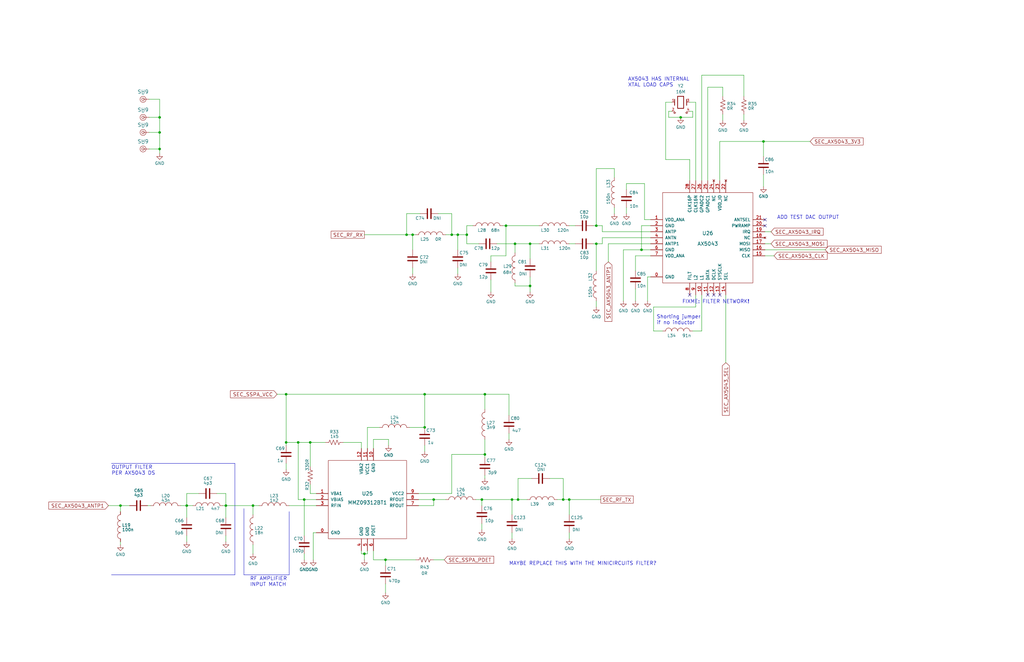
<source format=kicad_sch>
(kicad_sch (version 20230121) (generator eeschema)

  (uuid 2e6522e6-7206-4e62-8bfc-69e8a307a3c1)

  (paper "USLedger")

  (title_block
    (title "Radiation Tolerant Internal Housekeeping Unit (IHU)")
    (date "2023-08-24")
    (rev "1.2A")
    (company "AMSAT-NA")
    (comment 1 "C. Castillo")
    (comment 2 "Z. Metzinger")
  )

  (lib_symbols
    (symbol "Device:C" (pin_numbers hide) (pin_names (offset 0.254)) (in_bom yes) (on_board yes)
      (property "Reference" "C" (at 0.635 2.54 0)
        (effects (font (size 1.27 1.27)) (justify left))
      )
      (property "Value" "C" (at 0.635 -2.54 0)
        (effects (font (size 1.27 1.27)) (justify left))
      )
      (property "Footprint" "" (at 0.9652 -3.81 0)
        (effects (font (size 1.27 1.27)) hide)
      )
      (property "Datasheet" "~" (at 0 0 0)
        (effects (font (size 1.27 1.27)) hide)
      )
      (property "ki_keywords" "cap capacitor" (at 0 0 0)
        (effects (font (size 1.27 1.27)) hide)
      )
      (property "ki_description" "Unpolarized capacitor" (at 0 0 0)
        (effects (font (size 1.27 1.27)) hide)
      )
      (property "ki_fp_filters" "C_*" (at 0 0 0)
        (effects (font (size 1.27 1.27)) hide)
      )
      (symbol "C_0_1"
        (polyline
          (pts
            (xy -2.032 -0.762)
            (xy 2.032 -0.762)
          )
          (stroke (width 0.508) (type default))
          (fill (type none))
        )
        (polyline
          (pts
            (xy -2.032 0.762)
            (xy 2.032 0.762)
          )
          (stroke (width 0.508) (type default))
          (fill (type none))
        )
      )
      (symbol "C_1_1"
        (pin passive line (at 0 3.81 270) (length 2.794)
          (name "~" (effects (font (size 1.27 1.27))))
          (number "1" (effects (font (size 1.27 1.27))))
        )
        (pin passive line (at 0 -3.81 90) (length 2.794)
          (name "~" (effects (font (size 1.27 1.27))))
          (number "2" (effects (font (size 1.27 1.27))))
        )
      )
    )
    (symbol "Device:R_US" (pin_numbers hide) (pin_names (offset 0)) (in_bom yes) (on_board yes)
      (property "Reference" "R" (at 2.54 0 90)
        (effects (font (size 1.27 1.27)))
      )
      (property "Value" "R_US" (at -2.54 0 90)
        (effects (font (size 1.27 1.27)))
      )
      (property "Footprint" "" (at 1.016 -0.254 90)
        (effects (font (size 1.27 1.27)) hide)
      )
      (property "Datasheet" "~" (at 0 0 0)
        (effects (font (size 1.27 1.27)) hide)
      )
      (property "ki_keywords" "R res resistor" (at 0 0 0)
        (effects (font (size 1.27 1.27)) hide)
      )
      (property "ki_description" "Resistor, US symbol" (at 0 0 0)
        (effects (font (size 1.27 1.27)) hide)
      )
      (property "ki_fp_filters" "R_*" (at 0 0 0)
        (effects (font (size 1.27 1.27)) hide)
      )
      (symbol "R_US_0_1"
        (polyline
          (pts
            (xy 0 -2.286)
            (xy 0 -2.54)
          )
          (stroke (width 0) (type default))
          (fill (type none))
        )
        (polyline
          (pts
            (xy 0 2.286)
            (xy 0 2.54)
          )
          (stroke (width 0) (type default))
          (fill (type none))
        )
        (polyline
          (pts
            (xy 0 -0.762)
            (xy 1.016 -1.143)
            (xy 0 -1.524)
            (xy -1.016 -1.905)
            (xy 0 -2.286)
          )
          (stroke (width 0) (type default))
          (fill (type none))
        )
        (polyline
          (pts
            (xy 0 0.762)
            (xy 1.016 0.381)
            (xy 0 0)
            (xy -1.016 -0.381)
            (xy 0 -0.762)
          )
          (stroke (width 0) (type default))
          (fill (type none))
        )
        (polyline
          (pts
            (xy 0 2.286)
            (xy 1.016 1.905)
            (xy 0 1.524)
            (xy -1.016 1.143)
            (xy 0 0.762)
          )
          (stroke (width 0) (type default))
          (fill (type none))
        )
      )
      (symbol "R_US_1_1"
        (pin passive line (at 0 3.81 270) (length 1.27)
          (name "~" (effects (font (size 1.27 1.27))))
          (number "1" (effects (font (size 1.27 1.27))))
        )
        (pin passive line (at 0 -3.81 90) (length 1.27)
          (name "~" (effects (font (size 1.27 1.27))))
          (number "2" (effects (font (size 1.27 1.27))))
        )
      )
    )
    (symbol "amsat_abracon:Crystal" (pin_names (offset 0.0254) hide) (in_bom yes) (on_board yes)
      (property "Reference" "Y" (at 0 3.81 0)
        (effects (font (size 1.27 1.27)))
      )
      (property "Value" "Crystal" (at 0 -6.096 0)
        (effects (font (size 1.27 1.27)))
      )
      (property "Footprint" "" (at 0 0 0)
        (effects (font (size 1.27 1.27)))
      )
      (property "Datasheet" "" (at 0 0 0)
        (effects (font (size 1.27 1.27)))
      )
      (property "ki_description" "ABM9 4-pin SMT Crystal" (at 0 0 0)
        (effects (font (size 1.27 1.27)) hide)
      )
      (symbol "Crystal_0_1"
        (rectangle (start -1.27 2.54) (end 1.27 -2.54)
          (stroke (width 0.3048) (type solid))
          (fill (type none))
        )
        (polyline
          (pts
            (xy -2.54 -1.27)
            (xy -2.54 1.27)
          )
          (stroke (width 0.3048) (type solid))
          (fill (type none))
        )
        (polyline
          (pts
            (xy 2.54 -1.27)
            (xy 2.54 1.27)
          )
          (stroke (width 0.3048) (type solid))
          (fill (type none))
        )
        (polyline
          (pts
            (xy -2.54 -3.81)
            (xy -2.54 -4.318)
            (xy -3.048 -4.318)
            (xy -2.54 -4.826)
            (xy -2.032 -4.318)
            (xy -2.54 -4.318)
          )
          (stroke (width 0) (type solid))
          (fill (type none))
        )
        (polyline
          (pts
            (xy 2.54 -3.81)
            (xy 2.54 -4.318)
            (xy 2.032 -4.318)
            (xy 2.54 -4.826)
            (xy 3.048 -4.318)
            (xy 2.54 -4.318)
          )
          (stroke (width 0) (type solid))
          (fill (type none))
        )
      )
      (symbol "Crystal_1_1"
        (pin passive line (at -3.81 0 0) (length 1.27)
          (name "1" (effects (font (size 1.016 1.016))))
          (number "1" (effects (font (size 1.016 1.016))))
        )
        (pin passive line (at -3.81 -3.81 0) (length 1.27)
          (name "2" (effects (font (size 1.016 1.016))))
          (number "2" (effects (font (size 1.016 1.016))))
        )
        (pin passive line (at 3.81 0 180) (length 1.27)
          (name "3" (effects (font (size 1.016 1.016))))
          (number "3" (effects (font (size 1.016 1.016))))
        )
        (pin passive line (at 3.81 -3.81 180) (length 1.27)
          (name "4" (effects (font (size 1.016 1.016))))
          (number "4" (effects (font (size 1.016 1.016))))
        )
      )
    )
    (symbol "amsat_discrete:CUBESAT_MOUNT_HOLE" (pin_numbers hide) (pin_names (offset 0) hide) (in_bom yes) (on_board yes)
      (property "Reference" "H" (at 0 -3.302 0)
        (effects (font (size 1.524 1.524)))
      )
      (property "Value" "CUBESAT_MOUNT_HOLE" (at 0 6.35 0)
        (effects (font (size 1.524 1.524)))
      )
      (property "Footprint" "" (at 0 0 0)
        (effects (font (size 1.524 1.524)) hide)
      )
      (property "Datasheet" "" (at 0 0 0)
        (effects (font (size 1.524 1.524)) hide)
      )
      (symbol "CUBESAT_MOUNT_HOLE_0_1"
        (circle (center 0 0) (radius 0.5588)
          (stroke (width 0) (type solid))
          (fill (type none))
        )
        (circle (center 0 0) (radius 1.27)
          (stroke (width 0) (type solid))
          (fill (type none))
        )
      )
      (symbol "CUBESAT_MOUNT_HOLE_1_1"
        (pin passive line (at 2.54 0 180) (length 2.54)
          (name "1" (effects (font (size 1.27 1.27))))
          (number "1" (effects (font (size 1.27 1.27))))
        )
      )
    )
    (symbol "amsat_discrete:INDUCTOR_SMALL" (pin_numbers hide) (pin_names (offset 0) hide) (in_bom yes) (on_board yes)
      (property "Reference" "L" (at 0 2.54 0)
        (effects (font (size 1.27 1.27)))
      )
      (property "Value" "INDUCTOR_SMALL" (at 0 -1.27 0)
        (effects (font (size 1.27 1.27)))
      )
      (property "Footprint" "" (at 0 0 0)
        (effects (font (size 1.27 1.27)))
      )
      (property "Datasheet" "" (at 0 0 0)
        (effects (font (size 1.27 1.27)))
      )
      (property "ki_fp_filters" "Choke_* *Coil*" (at 0 0 0)
        (effects (font (size 1.27 1.27)) hide)
      )
      (symbol "INDUCTOR_SMALL_0_1"
        (arc (start -2.54 0) (mid -3.81 1.2645) (end -5.08 0)
          (stroke (width 0) (type solid))
          (fill (type none))
        )
        (arc (start 0 0) (mid -1.27 1.2645) (end -2.54 0)
          (stroke (width 0) (type solid))
          (fill (type none))
        )
        (arc (start 2.54 0) (mid 1.27 1.2645) (end 0 0)
          (stroke (width 0) (type solid))
          (fill (type none))
        )
        (arc (start 5.08 0) (mid 3.81 1.2645) (end 2.54 0)
          (stroke (width 0) (type solid))
          (fill (type none))
        )
      )
      (symbol "INDUCTOR_SMALL_1_1"
        (pin input line (at -6.35 0 0) (length 1.27)
          (name "1" (effects (font (size 0.762 0.762))))
          (number "1" (effects (font (size 0.762 0.762))))
        )
        (pin input line (at 6.35 0 180) (length 1.27)
          (name "2" (effects (font (size 0.762 0.762))))
          (number "2" (effects (font (size 0.762 0.762))))
        )
      )
    )
    (symbol "amsat_nxp:MMZ09312BT1" (pin_names (offset 1.016)) (in_bom yes) (on_board yes)
      (property "Reference" "U" (at 15.24 -17.78 0)
        (effects (font (size 1.524 1.524)))
      )
      (property "Value" "MMZ09312BT1" (at 0 0 0)
        (effects (font (size 1.524 1.524)))
      )
      (property "Footprint" "" (at 0 0 0)
        (effects (font (size 1.524 1.524)) hide)
      )
      (property "Datasheet" "" (at 0 0 0)
        (effects (font (size 1.524 1.524)) hide)
      )
      (property "ki_description" "MMZ09312BT1 High-efficiency Power Amplifier" (at 0 0 0)
        (effects (font (size 1.27 1.27)) hide)
      )
      (symbol "MMZ09312BT1_0_1"
        (rectangle (start -16.51 16.51) (end 16.51 -16.51)
          (stroke (width 0) (type solid))
          (fill (type none))
        )
      )
      (symbol "MMZ09312BT1_1_1"
        (pin input line (at -21.59 -13.97 0) (length 5.08)
          (name "GND" (effects (font (size 1.27 1.27))))
          (number "0" (effects (font (size 1.27 1.27))))
        )
        (pin input line (at -21.59 2.54 0) (length 5.08)
          (name "VBA1" (effects (font (size 1.27 1.27))))
          (number "1" (effects (font (size 1.27 1.27))))
        )
        (pin input line (at 2.54 21.59 270) (length 5.08)
          (name "GND" (effects (font (size 1.27 1.27))))
          (number "10" (effects (font (size 1.27 1.27))))
        )
        (pin input line (at 0 21.59 270) (length 5.08)
          (name "VCC1" (effects (font (size 1.27 1.27))))
          (number "11" (effects (font (size 1.27 1.27))))
        )
        (pin input line (at -2.54 21.59 270) (length 5.08)
          (name "VBA2" (effects (font (size 1.27 1.27))))
          (number "12" (effects (font (size 1.27 1.27))))
        )
        (pin input line (at -21.59 0 0) (length 5.08)
          (name "VBIAS" (effects (font (size 1.27 1.27))))
          (number "2" (effects (font (size 1.27 1.27))))
        )
        (pin passive line (at -21.59 -2.54 0) (length 5.08)
          (name "RFIN" (effects (font (size 1.27 1.27))))
          (number "3" (effects (font (size 1.27 1.27))))
        )
        (pin input line (at -2.54 -21.59 90) (length 5.08)
          (name "GND" (effects (font (size 1.27 1.27))))
          (number "4" (effects (font (size 1.27 1.27))))
        )
        (pin input line (at 0 -21.59 90) (length 5.08)
          (name "GND" (effects (font (size 1.27 1.27))))
          (number "5" (effects (font (size 1.27 1.27))))
        )
        (pin output line (at 2.54 -21.59 90) (length 5.08)
          (name "PDET" (effects (font (size 1.27 1.27))))
          (number "6" (effects (font (size 1.27 1.27))))
        )
        (pin open_emitter line (at 21.59 -2.54 180) (length 5.08)
          (name "RFOUT" (effects (font (size 1.27 1.27))))
          (number "7" (effects (font (size 1.27 1.27))))
        )
        (pin open_emitter line (at 21.59 0 180) (length 5.08)
          (name "RFOUT" (effects (font (size 1.27 1.27))))
          (number "8" (effects (font (size 1.27 1.27))))
        )
        (pin input line (at 21.59 2.54 180) (length 5.08)
          (name "VCC2" (effects (font (size 1.27 1.27))))
          (number "9" (effects (font (size 1.27 1.27))))
        )
      )
    )
    (symbol "amsat_onsemi:AX5043" (pin_names (offset 1.016)) (in_bom yes) (on_board yes)
      (property "Reference" "U" (at 16.51 -20.32 0)
        (effects (font (size 1.524 1.524)))
      )
      (property "Value" "AX5043" (at 0 0 0)
        (effects (font (size 1.524 1.524)))
      )
      (property "Footprint" "" (at 0 0 0)
        (effects (font (size 1.524 1.524)) hide)
      )
      (property "Datasheet" "" (at 16.51 -20.32 0)
        (effects (font (size 1.524 1.524)) hide)
      )
      (property "ki_description" "AX5043 RF Modem IC" (at 0 0 0)
        (effects (font (size 1.27 1.27)) hide)
      )
      (symbol "AX5043_0_1"
        (rectangle (start -19.05 19.05) (end 19.05 -19.05)
          (stroke (width 0) (type solid))
          (fill (type none))
        )
      )
      (symbol "AX5043_1_1"
        (pin passive line (at -24.13 -16.51 0) (length 5.08)
          (name "GND" (effects (font (size 1.27 1.27))))
          (number "0" (effects (font (size 1.27 1.27))))
        )
        (pin passive line (at -24.13 7.62 0) (length 5.08)
          (name "VDD_ANA" (effects (font (size 1.27 1.27))))
          (number "1" (effects (font (size 1.27 1.27))))
        )
        (pin passive line (at -2.54 -24.13 90) (length 5.08)
          (name "L1" (effects (font (size 1.27 1.27))))
          (number "10" (effects (font (size 1.27 1.27))))
        )
        (pin input line (at 0 -24.13 90) (length 5.08)
          (name "DATA" (effects (font (size 1.27 1.27))))
          (number "11" (effects (font (size 1.27 1.27))))
        )
        (pin input line (at 2.54 -24.13 90) (length 5.08)
          (name "DCLK" (effects (font (size 1.27 1.27))))
          (number "12" (effects (font (size 1.27 1.27))))
        )
        (pin output line (at 5.08 -24.13 90) (length 5.08)
          (name "SYSCLK" (effects (font (size 1.27 1.27))))
          (number "13" (effects (font (size 1.27 1.27))))
        )
        (pin input line (at 7.62 -24.13 90) (length 5.08)
          (name "SEL" (effects (font (size 1.27 1.27))))
          (number "14" (effects (font (size 1.27 1.27))))
        )
        (pin input line (at 24.13 -7.62 180) (length 5.08)
          (name "CLK" (effects (font (size 1.27 1.27))))
          (number "15" (effects (font (size 1.27 1.27))))
        )
        (pin output line (at 24.13 -5.08 180) (length 5.08)
          (name "MISO" (effects (font (size 1.27 1.27))))
          (number "16" (effects (font (size 1.27 1.27))))
        )
        (pin input line (at 24.13 -2.54 180) (length 5.08)
          (name "MOSI" (effects (font (size 1.27 1.27))))
          (number "17" (effects (font (size 1.27 1.27))))
        )
        (pin no_connect line (at 24.13 0 180) (length 5.08)
          (name "NC" (effects (font (size 1.27 1.27))))
          (number "18" (effects (font (size 1.27 1.27))))
        )
        (pin output line (at 24.13 2.54 180) (length 5.08)
          (name "IRQ" (effects (font (size 1.27 1.27))))
          (number "19" (effects (font (size 1.27 1.27))))
        )
        (pin input line (at -24.13 5.08 0) (length 5.08)
          (name "GND" (effects (font (size 1.27 1.27))))
          (number "2" (effects (font (size 1.27 1.27))))
        )
        (pin output line (at 24.13 5.08 180) (length 5.08)
          (name "PWRAMP" (effects (font (size 1.27 1.27))))
          (number "20" (effects (font (size 1.27 1.27))))
        )
        (pin output line (at 24.13 7.62 180) (length 5.08)
          (name "ANTSEL" (effects (font (size 1.27 1.27))))
          (number "21" (effects (font (size 1.27 1.27))))
        )
        (pin no_connect line (at 7.62 24.13 270) (length 5.08)
          (name "NC" (effects (font (size 1.27 1.27))))
          (number "22" (effects (font (size 1.27 1.27))))
        )
        (pin passive line (at 5.08 24.13 270) (length 5.08)
          (name "VDD_IO" (effects (font (size 1.27 1.27))))
          (number "23" (effects (font (size 1.27 1.27))))
        )
        (pin no_connect line (at 2.54 24.13 270) (length 5.08)
          (name "NC" (effects (font (size 1.27 1.27))))
          (number "24" (effects (font (size 1.27 1.27))))
        )
        (pin input line (at 0 24.13 270) (length 5.08)
          (name "GPADC1" (effects (font (size 1.27 1.27))))
          (number "25" (effects (font (size 1.27 1.27))))
        )
        (pin input line (at -2.54 24.13 270) (length 5.08)
          (name "GPADC2" (effects (font (size 1.27 1.27))))
          (number "26" (effects (font (size 1.27 1.27))))
        )
        (pin passive line (at -5.08 24.13 270) (length 5.08)
          (name "CLK16N" (effects (font (size 1.27 1.27))))
          (number "27" (effects (font (size 1.27 1.27))))
        )
        (pin passive line (at -7.62 24.13 270) (length 5.08)
          (name "CLK16P" (effects (font (size 1.27 1.27))))
          (number "28" (effects (font (size 1.27 1.27))))
        )
        (pin bidirectional line (at -24.13 2.54 0) (length 5.08)
          (name "ANTP" (effects (font (size 1.27 1.27))))
          (number "3" (effects (font (size 1.27 1.27))))
        )
        (pin bidirectional line (at -24.13 0 0) (length 5.08)
          (name "ANTN" (effects (font (size 1.27 1.27))))
          (number "4" (effects (font (size 1.27 1.27))))
        )
        (pin output line (at -24.13 -2.54 0) (length 5.08)
          (name "ANTP1" (effects (font (size 1.27 1.27))))
          (number "5" (effects (font (size 1.27 1.27))))
        )
        (pin input line (at -24.13 -5.08 0) (length 5.08)
          (name "GND" (effects (font (size 1.27 1.27))))
          (number "6" (effects (font (size 1.27 1.27))))
        )
        (pin passive line (at -24.13 -7.62 0) (length 5.08)
          (name "VDD_ANA" (effects (font (size 1.27 1.27))))
          (number "7" (effects (font (size 1.27 1.27))))
        )
        (pin passive line (at -7.62 -24.13 90) (length 5.08)
          (name "FILT" (effects (font (size 1.27 1.27))))
          (number "8" (effects (font (size 1.27 1.27))))
        )
        (pin passive line (at -5.08 -24.13 90) (length 5.08)
          (name "L2" (effects (font (size 1.27 1.27))))
          (number "9" (effects (font (size 1.27 1.27))))
        )
      )
    )
    (symbol "power:GND" (power) (pin_names (offset 0)) (in_bom yes) (on_board yes)
      (property "Reference" "#PWR" (at 0 -6.35 0)
        (effects (font (size 1.27 1.27)) hide)
      )
      (property "Value" "GND" (at 0 -3.81 0)
        (effects (font (size 1.27 1.27)))
      )
      (property "Footprint" "" (at 0 0 0)
        (effects (font (size 1.27 1.27)) hide)
      )
      (property "Datasheet" "" (at 0 0 0)
        (effects (font (size 1.27 1.27)) hide)
      )
      (property "ki_keywords" "global power" (at 0 0 0)
        (effects (font (size 1.27 1.27)) hide)
      )
      (property "ki_description" "Power symbol creates a global label with name \"GND\" , ground" (at 0 0 0)
        (effects (font (size 1.27 1.27)) hide)
      )
      (symbol "GND_0_1"
        (polyline
          (pts
            (xy 0 0)
            (xy 0 -1.27)
            (xy 1.27 -1.27)
            (xy 0 -2.54)
            (xy -1.27 -1.27)
            (xy 0 -1.27)
          )
          (stroke (width 0) (type default))
          (fill (type none))
        )
      )
      (symbol "GND_1_1"
        (pin power_in line (at 0 0 270) (length 0) hide
          (name "GND" (effects (font (size 1.27 1.27))))
          (number "1" (effects (font (size 1.27 1.27))))
        )
      )
    )
  )

  (junction (at 179.07 166.37) (diameter 0) (color 0 0 0 0)
    (uuid 0205fa4d-4f2e-45e4-be52-2c13ae27156e)
  )
  (junction (at 193.04 99.06) (diameter 0) (color 0 0 0 0)
    (uuid 055f38d9-3adb-46f8-a822-6a1f5ce31182)
  )
  (junction (at 321.945 59.69) (diameter 0) (color 0 0 0 0)
    (uuid 0c71ab08-8619-49b6-abcd-7a8fee9cc972)
  )
  (junction (at 125.73 186.69) (diameter 0) (color 0 0 0 0)
    (uuid 1179ff34-0bde-4e71-b153-e62f4db00864)
  )
  (junction (at 203.2 210.82) (diameter 0) (color 0 0 0 0)
    (uuid 1e111498-dac4-4e58-8562-a71fb3b0e8c3)
  )
  (junction (at 67.31 62.865) (diameter 0) (color 0 0 0 0)
    (uuid 2e614b61-b4a8-4231-b13e-ee4c77fe969a)
  )
  (junction (at 196.85 99.06) (diameter 0) (color 0 0 0 0)
    (uuid 350d78b6-8aa5-4b34-b389-22599506cbd2)
  )
  (junction (at 237.49 210.82) (diameter 0) (color 0 0 0 0)
    (uuid 3ad803cd-6e5f-496b-8087-ce84ce88525c)
  )
  (junction (at 153.67 233.68) (diameter 0) (color 0 0 0 0)
    (uuid 3f41f862-0123-4b04-92c6-8de448fc6ecb)
  )
  (junction (at 95.25 213.36) (diameter 0) (color 0 0 0 0)
    (uuid 3ff71e43-ee09-4b74-a006-85f51be4c419)
  )
  (junction (at 213.36 95.25) (diameter 0) (color 0 0 0 0)
    (uuid 412a354f-cc3c-406c-8150-eb47f32ef897)
  )
  (junction (at 106.68 213.36) (diameter 0) (color 0 0 0 0)
    (uuid 49be4708-d102-49b6-8772-f53d2fa0a735)
  )
  (junction (at 218.44 210.82) (diameter 0) (color 0 0 0 0)
    (uuid 525c0b4c-ba57-4547-9d8a-85ed1419fa8d)
  )
  (junction (at 171.45 99.06) (diameter 0) (color 0 0 0 0)
    (uuid 54d6c888-bb05-4f48-85a3-157eae83a243)
  )
  (junction (at 50.8 213.36) (diameter 0) (color 0 0 0 0)
    (uuid 578e2425-0d47-42d4-8d45-9e7050e06a04)
  )
  (junction (at 251.46 102.87) (diameter 0) (color 0 0 0 0)
    (uuid 5af86547-f030-4037-b72c-b2ef7d7b6ced)
  )
  (junction (at 223.52 102.87) (diameter 0) (color 0 0 0 0)
    (uuid 679e9b15-cec1-45a9-9464-0a6a662e94ab)
  )
  (junction (at 204.47 166.37) (diameter 0) (color 0 0 0 0)
    (uuid 68785219-6d84-44ca-8484-e8fb00ee0bc8)
  )
  (junction (at 190.5 99.06) (diameter 0) (color 0 0 0 0)
    (uuid 6af09edf-410a-45e9-bf42-8ba5ef1fd1f8)
  )
  (junction (at 204.47 191.77) (diameter 0) (color 0 0 0 0)
    (uuid 7760b5ec-c63d-4b0e-99d7-fc9e600c986e)
  )
  (junction (at 217.17 102.87) (diameter 0) (color 0 0 0 0)
    (uuid 7b0d0512-294d-4d64-8bf9-d152ac7a3043)
  )
  (junction (at 223.52 120.65) (diameter 0) (color 0 0 0 0)
    (uuid 85a64230-5406-4039-a156-72742f724d4a)
  )
  (junction (at 130.81 186.69) (diameter 0) (color 0 0 0 0)
    (uuid 924d8825-52c0-4f96-82a7-1d7f3908ace1)
  )
  (junction (at 67.31 49.53) (diameter 0) (color 0 0 0 0)
    (uuid 94765950-fcab-478c-9442-008bc64ebe64)
  )
  (junction (at 215.9 210.82) (diameter 0) (color 0 0 0 0)
    (uuid 9a168e16-ce77-4604-99fc-68486bb53369)
  )
  (junction (at 179.07 180.34) (diameter 0) (color 0 0 0 0)
    (uuid a7fe4b11-bfc8-4d46-9503-1948463e445e)
  )
  (junction (at 78.74 213.36) (diameter 0) (color 0 0 0 0)
    (uuid a84638b4-974e-4ea0-9879-80a2b7e5a60c)
  )
  (junction (at 270.51 105.41) (diameter 0) (color 0 0 0 0)
    (uuid b31564cd-2b81-4b34-a981-5ad1243421d3)
  )
  (junction (at 287.02 49.53) (diameter 0) (color 0 0 0 0)
    (uuid d49321e5-93b7-4782-a44b-587e1a0e522b)
  )
  (junction (at 128.27 210.82) (diameter 0) (color 0 0 0 0)
    (uuid d9a03524-2513-4657-8c4d-143b0cbe82f0)
  )
  (junction (at 173.99 99.06) (diameter 0) (color 0 0 0 0)
    (uuid d9f76473-14dd-4d96-952e-eb0306509038)
  )
  (junction (at 67.31 55.88) (diameter 0) (color 0 0 0 0)
    (uuid dbb69661-e254-45e4-a8fa-e26b72362d97)
  )
  (junction (at 182.88 210.82) (diameter 0) (color 0 0 0 0)
    (uuid df81f86b-8184-4293-9eef-b2f0a15f35fa)
  )
  (junction (at 120.65 166.37) (diameter 0) (color 0 0 0 0)
    (uuid e25720ba-0b9f-4bb6-a6d3-cf70e34eccf9)
  )
  (junction (at 162.56 236.22) (diameter 0) (color 0 0 0 0)
    (uuid eb80d65e-26f3-487a-93c5-24b41527193e)
  )
  (junction (at 240.03 210.82) (diameter 0) (color 0 0 0 0)
    (uuid ef5c4732-631d-4273-bad2-083fd62f45ad)
  )
  (junction (at 120.65 186.69) (diameter 0) (color 0 0 0 0)
    (uuid f9654f2c-6ed2-427e-b85d-74bb053b927a)
  )
  (junction (at 251.46 95.25) (diameter 0) (color 0 0 0 0)
    (uuid fadabfe1-5d24-4987-96b4-aa667ce87e30)
  )

  (no_connect (at 298.45 124.46) (uuid 0a45a288-635c-4bc4-9dc0-de32ac3ba45e))
  (no_connect (at 290.83 124.46) (uuid 2f9bd635-db56-4126-a94e-9a4ced8533c9))
  (no_connect (at 303.53 124.46) (uuid 730c2125-28db-40a9-8acf-9e31d1de73b9))
  (no_connect (at 322.58 92.71) (uuid 80bf1049-706c-4305-974b-0ccf083f987e))
  (no_connect (at 322.58 95.25) (uuid 9109d165-1735-473e-a179-e77aea442683))
  (no_connect (at 300.99 124.46) (uuid ae18248f-d0af-4f26-b2ba-87130c5cae63))

  (wire (pts (xy 121.92 213.36) (xy 133.35 213.36))
    (stroke (width 0) (type default))
    (uuid 005481a5-efd1-47d6-a5a5-8c143a8fd475)
  )
  (wire (pts (xy 203.2 213.36) (xy 203.2 210.82))
    (stroke (width 0) (type default))
    (uuid 00bccd56-97cc-4c7e-84fc-d7765f465d42)
  )
  (wire (pts (xy 251.46 95.25) (xy 254 95.25))
    (stroke (width 0) (type default))
    (uuid 00d44a39-0c0f-4342-9a1e-7a9dd4e5b1a6)
  )
  (wire (pts (xy 203.2 220.98) (xy 203.2 223.52))
    (stroke (width 0) (type default))
    (uuid 01dd2ec1-f15a-406f-a3f7-e7adb61a0a3c)
  )
  (wire (pts (xy 120.65 166.37) (xy 120.65 186.69))
    (stroke (width 0) (type default))
    (uuid 01e63e72-4e65-4a14-add2-af57a4e3139e)
  )
  (wire (pts (xy 157.48 236.22) (xy 162.56 236.22))
    (stroke (width 0) (type default))
    (uuid 045a7b83-923d-40dc-b05b-f6d8ce35a68b)
  )
  (wire (pts (xy 95.25 208.28) (xy 95.25 213.36))
    (stroke (width 0) (type default))
    (uuid 0483a9e0-46ce-436c-8922-a7b2641cbed8)
  )
  (wire (pts (xy 152.4 233.68) (xy 153.67 233.68))
    (stroke (width 0) (type default))
    (uuid 056febcd-d27f-464f-9385-fd1563a809a6)
  )
  (wire (pts (xy 184.785 90.17) (xy 190.5 90.17))
    (stroke (width 0) (type default))
    (uuid 063c4544-8f81-4049-9bc5-532fdd336cce)
  )
  (wire (pts (xy 215.9 224.79) (xy 215.9 227.33))
    (stroke (width 0) (type default))
    (uuid 0827580b-1adf-4704-8d36-23aa5e08fff5)
  )
  (wire (pts (xy 50.8 228.6) (xy 50.8 229.87))
    (stroke (width 0) (type default))
    (uuid 0855ae12-2641-4832-b4eb-dc9a1db18a65)
  )
  (wire (pts (xy 281.94 46.99) (xy 281.94 49.53))
    (stroke (width 0) (type default))
    (uuid 109e91b9-7fc2-4d23-a7f7-5b15ee5b6380)
  )
  (wire (pts (xy 217.17 102.87) (xy 223.52 102.87))
    (stroke (width 0) (type default))
    (uuid 120e00c5-b9a3-4647-94dc-2c6ba9e02a0f)
  )
  (wire (pts (xy 273.05 116.84) (xy 273.05 127))
    (stroke (width 0) (type default))
    (uuid 12a09395-a0b1-4014-be86-2c1d640c3829)
  )
  (wire (pts (xy 274.32 92.71) (xy 271.78 92.71))
    (stroke (width 0) (type default))
    (uuid 144edd06-af92-43ac-91d9-75062aa1d2a5)
  )
  (wire (pts (xy 237.49 210.82) (xy 240.03 210.82))
    (stroke (width 0) (type default))
    (uuid 1d161104-66ca-4afd-97e5-88acc2e1cab3)
  )
  (wire (pts (xy 218.44 201.93) (xy 218.44 210.82))
    (stroke (width 0) (type default))
    (uuid 1fc901e9-411f-4345-b7b0-5fb54338b58a)
  )
  (wire (pts (xy 93.98 213.36) (xy 95.25 213.36))
    (stroke (width 0) (type default))
    (uuid 21e720a4-9fd0-4768-9d2b-bd0d4e71d162)
  )
  (wire (pts (xy 179.07 187.96) (xy 179.07 190.5))
    (stroke (width 0) (type default))
    (uuid 2290a3ed-0148-4487-b3bf-bc1d9bbb3d77)
  )
  (wire (pts (xy 223.52 102.87) (xy 227.33 102.87))
    (stroke (width 0) (type default))
    (uuid 2292c44c-b40e-4ee1-bbd9-b0e38fd5ec6a)
  )
  (wire (pts (xy 62.865 49.53) (xy 67.31 49.53))
    (stroke (width 0) (type default))
    (uuid 22f842d0-9455-43d7-8574-026ba1c0bb1f)
  )
  (wire (pts (xy 95.25 226.06) (xy 95.25 228.6))
    (stroke (width 0) (type default))
    (uuid 23a616ca-fe94-4f68-b511-c71b64a4e391)
  )
  (wire (pts (xy 160.02 180.34) (xy 154.94 180.34))
    (stroke (width 0) (type default))
    (uuid 23c3a414-37b0-4712-8beb-272c0f432290)
  )
  (wire (pts (xy 130.81 186.69) (xy 130.81 196.85))
    (stroke (width 0) (type default))
    (uuid 266614c3-267e-41dd-a132-c0ead831cef3)
  )
  (wire (pts (xy 179.07 166.37) (xy 179.07 180.34))
    (stroke (width 0) (type default))
    (uuid 26c3e1b7-00ea-458b-99fd-63f85f2558b7)
  )
  (wire (pts (xy 224.155 201.93) (xy 218.44 201.93))
    (stroke (width 0) (type default))
    (uuid 2736acf5-5e6f-4aeb-abeb-8201e270c464)
  )
  (wire (pts (xy 207.01 107.95) (xy 207.01 110.49))
    (stroke (width 0) (type default))
    (uuid 27907cd8-f502-42a4-bca2-8a55bee957de)
  )
  (wire (pts (xy 187.96 99.06) (xy 190.5 99.06))
    (stroke (width 0) (type default))
    (uuid 27960ec0-812b-4dd6-ad82-c2255fa8a6cd)
  )
  (wire (pts (xy 322.58 105.41) (xy 347.98 105.41))
    (stroke (width 0) (type default))
    (uuid 28acad27-2d7e-44ad-899d-bb485d413b5f)
  )
  (polyline (pts (xy 46.99 195.58) (xy 99.06 195.58))
    (stroke (width 0) (type default))
    (uuid 29211bb5-9adf-4f43-bf84-0de04b4b34c0)
  )

  (wire (pts (xy 213.36 107.95) (xy 207.01 107.95))
    (stroke (width 0) (type default))
    (uuid 2a747e46-35b5-456f-bd17-cf9ae4a35a02)
  )
  (wire (pts (xy 237.49 201.93) (xy 237.49 210.82))
    (stroke (width 0) (type default))
    (uuid 2ace9c4a-4f5f-486f-991f-4802fb9640a5)
  )
  (wire (pts (xy 132.08 224.79) (xy 132.08 236.22))
    (stroke (width 0) (type default))
    (uuid 2bee9cb5-6b4d-4884-8ac9-7a1478a9e714)
  )
  (wire (pts (xy 306.07 124.46) (xy 306.07 153.035))
    (stroke (width 0) (type default))
    (uuid 3082186e-d01a-41d8-ac44-b66121703c06)
  )
  (wire (pts (xy 264.16 87.63) (xy 264.16 90.17))
    (stroke (width 0) (type default))
    (uuid 3511c5fc-fc56-4fdb-9e9b-67bdd2645ef2)
  )
  (wire (pts (xy 153.67 233.68) (xy 154.94 233.68))
    (stroke (width 0) (type default))
    (uuid 359e0773-18f2-4a58-811b-d842d99dcc31)
  )
  (wire (pts (xy 204.47 166.37) (xy 214.63 166.37))
    (stroke (width 0) (type default))
    (uuid 3657f3c5-5318-41e9-bff3-de305a8e9c8d)
  )
  (wire (pts (xy 251.46 127) (xy 251.46 129.54))
    (stroke (width 0) (type default))
    (uuid 39e63fb6-9b09-4132-8d3b-14d5bf521f6f)
  )
  (wire (pts (xy 275.59 129.54) (xy 275.59 139.7))
    (stroke (width 0) (type default))
    (uuid 3c8f233b-a8c2-4c55-acaa-4aedddebbf48)
  )
  (wire (pts (xy 240.03 217.17) (xy 240.03 210.82))
    (stroke (width 0) (type default))
    (uuid 3d6d518d-b983-466b-b6be-0d7ae8bb3c0d)
  )
  (wire (pts (xy 251.46 71.12) (xy 251.46 95.25))
    (stroke (width 0) (type default))
    (uuid 3ee5a788-3a54-4a85-a4e0-c6c488d3c1c5)
  )
  (wire (pts (xy 292.1 49.53) (xy 292.1 46.99))
    (stroke (width 0) (type default))
    (uuid 3f71f00c-b9e8-44f3-a8f1-8529c1b8e27f)
  )
  (wire (pts (xy 242.57 102.87) (xy 240.03 102.87))
    (stroke (width 0) (type default))
    (uuid 3fe455a3-7e0b-4eb1-8ab1-e74963349fff)
  )
  (wire (pts (xy 295.91 139.7) (xy 292.1 139.7))
    (stroke (width 0) (type default))
    (uuid 40b1b1f5-b897-4128-bf2e-1b46b4663c89)
  )
  (wire (pts (xy 295.91 31.75) (xy 295.91 76.2))
    (stroke (width 0) (type default))
    (uuid 4236aa6f-dc5a-43a4-a33f-67d50d4b2395)
  )
  (wire (pts (xy 62.865 62.865) (xy 67.31 62.865))
    (stroke (width 0) (type default))
    (uuid 435bd227-1c51-4a22-a38e-7e272e3aead1)
  )
  (wire (pts (xy 153.67 99.06) (xy 171.45 99.06))
    (stroke (width 0) (type default))
    (uuid 4577bf6a-02a8-4fcf-ab91-6e9776cd4e22)
  )
  (wire (pts (xy 193.04 113.03) (xy 193.04 115.57))
    (stroke (width 0) (type default))
    (uuid 45e58b25-00be-4cb9-a9bf-a9f94e5973cd)
  )
  (wire (pts (xy 193.04 99.06) (xy 196.85 99.06))
    (stroke (width 0) (type default))
    (uuid 47a54231-5000-47dc-93ce-0684fdca0618)
  )
  (wire (pts (xy 173.99 99.06) (xy 175.26 99.06))
    (stroke (width 0) (type default))
    (uuid 483d7ae2-5c41-4b83-8128-856f686e60c8)
  )
  (wire (pts (xy 182.88 213.36) (xy 182.88 210.82))
    (stroke (width 0) (type default))
    (uuid 4925efeb-d8dd-462a-a088-39ce26d1e29f)
  )
  (wire (pts (xy 275.59 139.7) (xy 279.4 139.7))
    (stroke (width 0) (type default))
    (uuid 49fb7a22-6573-40ef-814d-67e524656db6)
  )
  (wire (pts (xy 254 97.79) (xy 274.32 97.79))
    (stroke (width 0) (type default))
    (uuid 4ac30e3c-7f22-45d7-88a4-1f72ec8d1028)
  )
  (wire (pts (xy 262.89 105.41) (xy 270.51 105.41))
    (stroke (width 0) (type default))
    (uuid 4b06fe81-40e7-4f20-b425-07e511e1ed10)
  )
  (wire (pts (xy 176.53 210.82) (xy 182.88 210.82))
    (stroke (width 0) (type default))
    (uuid 4b9e3e4f-e5e2-4ba8-94dc-bd1c35788688)
  )
  (wire (pts (xy 176.53 208.28) (xy 190.5 208.28))
    (stroke (width 0) (type default))
    (uuid 507b1b31-ceff-4874-b53b-10b737beaa90)
  )
  (wire (pts (xy 152.4 186.69) (xy 152.4 189.23))
    (stroke (width 0) (type default))
    (uuid 51aeae78-6f96-4d0c-98fc-4dabc3f4d793)
  )
  (wire (pts (xy 177.165 90.17) (xy 171.45 90.17))
    (stroke (width 0) (type default))
    (uuid 522602cf-9671-46fa-b296-6143c2968d82)
  )
  (wire (pts (xy 240.03 210.82) (xy 253.365 210.82))
    (stroke (width 0) (type default))
    (uuid 54dd4afe-3cb3-427e-a18a-94160cbab4b3)
  )
  (wire (pts (xy 267.97 107.95) (xy 267.97 114.3))
    (stroke (width 0) (type default))
    (uuid 55d1b7e7-47bb-48e3-b641-c1315b8c40c7)
  )
  (wire (pts (xy 176.53 213.36) (xy 182.88 213.36))
    (stroke (width 0) (type default))
    (uuid 57c2d5b8-4141-4d4a-8540-e0bcdf24fde0)
  )
  (wire (pts (xy 322.58 107.95) (xy 326.39 107.95))
    (stroke (width 0) (type default))
    (uuid 600197e8-9f41-49dc-a4d7-55e0b6a4c08b)
  )
  (wire (pts (xy 78.74 208.28) (xy 83.82 208.28))
    (stroke (width 0) (type default))
    (uuid 60c936a7-9a6b-4b1a-a352-921c39c35f48)
  )
  (wire (pts (xy 290.83 67.31) (xy 280.67 67.31))
    (stroke (width 0) (type default))
    (uuid 6119f2bb-2db7-4afe-8756-efaef690df1b)
  )
  (wire (pts (xy 298.45 36.83) (xy 304.8 36.83))
    (stroke (width 0) (type default))
    (uuid 62d0838f-7ca5-49be-a28d-10df8b0949ff)
  )
  (wire (pts (xy 133.35 224.79) (xy 132.08 224.79))
    (stroke (width 0) (type default))
    (uuid 646708e6-bafa-47fc-a2cc-99eb9feeb38e)
  )
  (wire (pts (xy 254 95.25) (xy 254 97.79))
    (stroke (width 0) (type default))
    (uuid 64cc62f5-5139-4aec-a5e8-d06453399679)
  )
  (wire (pts (xy 217.17 119.38) (xy 217.17 120.65))
    (stroke (width 0) (type default))
    (uuid 658bf22d-c71c-4877-89ad-5a9b23c18a92)
  )
  (polyline (pts (xy 99.06 242.57) (xy 46.99 242.57))
    (stroke (width 0) (type default))
    (uuid 669e59ab-d94f-4293-bfec-43b9fb289209)
  )

  (wire (pts (xy 217.17 102.87) (xy 217.17 106.68))
    (stroke (width 0) (type default))
    (uuid 6836d8bf-878b-4d72-9a9c-db5ea0f72db2)
  )
  (wire (pts (xy 215.9 210.82) (xy 218.44 210.82))
    (stroke (width 0) (type default))
    (uuid 69430a8c-ac57-4338-8951-9d67cc74a3c7)
  )
  (wire (pts (xy 62.23 213.36) (xy 63.5 213.36))
    (stroke (width 0) (type default))
    (uuid 6b774bff-0c69-4398-adba-f5cc1869ab8e)
  )
  (wire (pts (xy 128.27 210.82) (xy 133.35 210.82))
    (stroke (width 0) (type default))
    (uuid 6bdcbb28-7cb7-4e66-89eb-0f0620c6792a)
  )
  (wire (pts (xy 303.53 59.69) (xy 321.945 59.69))
    (stroke (width 0) (type default))
    (uuid 6c141887-bc8f-4637-8701-3ac3c757e54e)
  )
  (wire (pts (xy 250.19 95.25) (xy 251.46 95.25))
    (stroke (width 0) (type default))
    (uuid 6c41033b-2d47-42e0-a4c6-66d67c69c485)
  )
  (wire (pts (xy 313.69 31.75) (xy 313.69 40.64))
    (stroke (width 0) (type default))
    (uuid 6e46f6b1-9a45-46c6-b6e3-f9f930cfe9a5)
  )
  (wire (pts (xy 274.32 95.25) (xy 270.51 95.25))
    (stroke (width 0) (type default))
    (uuid 6e9fa9e6-0fdc-4daa-a1b3-1a3a89f803a2)
  )
  (wire (pts (xy 120.65 186.69) (xy 125.73 186.69))
    (stroke (width 0) (type default))
    (uuid 6ec66940-fc2c-43ff-ae9e-22e4f395b9e0)
  )
  (wire (pts (xy 120.65 195.58) (xy 120.65 198.12))
    (stroke (width 0) (type default))
    (uuid 70f546c7-e873-4232-9e39-da25b769b808)
  )
  (wire (pts (xy 190.5 99.06) (xy 193.04 99.06))
    (stroke (width 0) (type default))
    (uuid 7182e7bb-5d3b-4671-b2a5-7923b676681d)
  )
  (wire (pts (xy 116.84 166.37) (xy 120.65 166.37))
    (stroke (width 0) (type default))
    (uuid 718e8da9-e155-43a6-ac05-9253f6ca1355)
  )
  (wire (pts (xy 120.65 166.37) (xy 179.07 166.37))
    (stroke (width 0) (type default))
    (uuid 7210460e-bda3-42af-a4bc-8eaebb04ca80)
  )
  (wire (pts (xy 157.48 185.42) (xy 163.83 185.42))
    (stroke (width 0) (type default))
    (uuid 74c6822f-f531-4e65-bcc4-6334b1b7eb92)
  )
  (wire (pts (xy 162.56 236.22) (xy 162.56 238.76))
    (stroke (width 0) (type default))
    (uuid 74ee5050-1bbd-43d9-ba9a-593046a70a12)
  )
  (wire (pts (xy 154.94 180.34) (xy 154.94 189.23))
    (stroke (width 0) (type default))
    (uuid 76641c26-3177-413c-abd9-50af7476e544)
  )
  (wire (pts (xy 231.775 201.93) (xy 237.49 201.93))
    (stroke (width 0) (type default))
    (uuid 769ee9db-8a82-4826-99c8-a92c70298cd5)
  )
  (polyline (pts (xy 102.87 242.57) (xy 121.92 242.57))
    (stroke (width 0) (type default))
    (uuid 76fc440e-6540-4d35-9939-8bf4c0c286d3)
  )

  (wire (pts (xy 153.67 233.68) (xy 153.67 236.22))
    (stroke (width 0) (type default))
    (uuid 772da56a-176a-429c-8a7a-01154b32509b)
  )
  (wire (pts (xy 154.94 233.68) (xy 154.94 232.41))
    (stroke (width 0) (type default))
    (uuid 7906493e-4139-4b9c-9ecb-6860f510c637)
  )
  (wire (pts (xy 125.73 210.82) (xy 128.27 210.82))
    (stroke (width 0) (type default))
    (uuid 794c782d-ab2b-4e73-81ed-a8e75b0b3c61)
  )
  (wire (pts (xy 133.35 208.28) (xy 130.81 208.28))
    (stroke (width 0) (type default))
    (uuid 7aad84ac-aa16-4611-bc05-36ce44e11726)
  )
  (wire (pts (xy 212.09 95.25) (xy 213.36 95.25))
    (stroke (width 0) (type default))
    (uuid 7b429766-360c-462d-a69d-86000a5acc8f)
  )
  (wire (pts (xy 76.2 213.36) (xy 78.74 213.36))
    (stroke (width 0) (type default))
    (uuid 7b69b2ca-4cdd-4684-bcd1-db3d10c3f410)
  )
  (wire (pts (xy 125.73 186.69) (xy 125.73 210.82))
    (stroke (width 0) (type default))
    (uuid 7c567d6f-0ca6-4e6c-8e06-448e48a2a208)
  )
  (polyline (pts (xy 102.87 214.63) (xy 102.87 242.57))
    (stroke (width 0) (type default))
    (uuid 7d0afa13-8c86-4eb7-8e74-cd08b28314b2)
  )

  (wire (pts (xy 204.47 200.66) (xy 204.47 201.93))
    (stroke (width 0) (type default))
    (uuid 7d399ab5-d0bd-4a53-b61f-06f8bd9ea24c)
  )
  (wire (pts (xy 128.27 233.68) (xy 128.27 236.22))
    (stroke (width 0) (type default))
    (uuid 7e1df935-9363-4a44-9a50-f7489d0d445c)
  )
  (wire (pts (xy 321.945 59.69) (xy 341.63 59.69))
    (stroke (width 0) (type default))
    (uuid 7eb91cb9-af22-4fbf-96fb-f4ed89b8e912)
  )
  (wire (pts (xy 130.81 208.28) (xy 130.81 204.47))
    (stroke (width 0) (type default))
    (uuid 7ff06636-d83d-4fc3-9879-5f4b8990aef2)
  )
  (wire (pts (xy 196.85 102.87) (xy 201.93 102.87))
    (stroke (width 0) (type default))
    (uuid 81036cd1-ae12-4f20-8704-63128f11209c)
  )
  (wire (pts (xy 214.63 166.37) (xy 214.63 175.26))
    (stroke (width 0) (type default))
    (uuid 815cbdcb-9083-4c2a-a3ab-d5cb366f8937)
  )
  (wire (pts (xy 214.63 182.88) (xy 214.63 185.42))
    (stroke (width 0) (type default))
    (uuid 830a69db-242e-4c04-9983-57c5da84794b)
  )
  (wire (pts (xy 292.1 46.99) (xy 290.83 46.99))
    (stroke (width 0) (type default))
    (uuid 83136c24-b4de-4383-a7a7-6564d73f8d17)
  )
  (wire (pts (xy 157.48 232.41) (xy 157.48 236.22))
    (stroke (width 0) (type default))
    (uuid 83830621-b076-4d56-8d36-7f3a867217e5)
  )
  (wire (pts (xy 256.54 102.87) (xy 256.54 110.49))
    (stroke (width 0) (type default))
    (uuid 85295d7a-465f-430c-90dc-fe61372c9f10)
  )
  (wire (pts (xy 223.52 120.65) (xy 223.52 123.19))
    (stroke (width 0) (type default))
    (uuid 866c139e-504e-44da-829b-c49b63daf406)
  )
  (wire (pts (xy 293.37 43.18) (xy 290.83 43.18))
    (stroke (width 0) (type default))
    (uuid 8773dc45-04ac-4f9e-9839-dc79618f5e06)
  )
  (wire (pts (xy 78.74 213.36) (xy 78.74 218.44))
    (stroke (width 0) (type default))
    (uuid 891c5285-e70a-4051-bd27-929269fa32b2)
  )
  (wire (pts (xy 240.03 224.79) (xy 240.03 227.33))
    (stroke (width 0) (type default))
    (uuid 89abdd81-8e67-4c4c-bab2-d42b86550e7c)
  )
  (wire (pts (xy 267.97 121.92) (xy 267.97 127))
    (stroke (width 0) (type default))
    (uuid 89ec34a9-94a0-4a92-9e0d-012991f338d2)
  )
  (wire (pts (xy 67.31 55.88) (xy 67.31 62.865))
    (stroke (width 0) (type default))
    (uuid 8a1477ed-dca2-4318-9838-20e6b341d5a7)
  )
  (wire (pts (xy 173.99 113.03) (xy 173.99 115.57))
    (stroke (width 0) (type default))
    (uuid 8a883cb8-c319-4f69-8d28-189229edc9cf)
  )
  (wire (pts (xy 207.01 118.11) (xy 207.01 123.19))
    (stroke (width 0) (type default))
    (uuid 8c1d13b8-d9ac-4088-b6be-7ab7b923dcfa)
  )
  (wire (pts (xy 144.78 186.69) (xy 152.4 186.69))
    (stroke (width 0) (type default))
    (uuid 8c500c51-5a04-4f31-865c-5338710de519)
  )
  (wire (pts (xy 298.45 36.83) (xy 298.45 76.2))
    (stroke (width 0) (type default))
    (uuid 8c760643-898a-4fe9-99a3-f79d80457ceb)
  )
  (wire (pts (xy 179.07 166.37) (xy 204.47 166.37))
    (stroke (width 0) (type default))
    (uuid 8e62463d-9e50-444a-bb15-1ec06abab3bd)
  )
  (wire (pts (xy 162.56 236.22) (xy 175.26 236.22))
    (stroke (width 0) (type default))
    (uuid 8f9e7e08-2802-477d-b120-41394b17e37c)
  )
  (wire (pts (xy 270.51 95.25) (xy 270.51 105.41))
    (stroke (width 0) (type default))
    (uuid 901dab06-e9f9-4129-99f8-37b9a38bb2a6)
  )
  (wire (pts (xy 250.19 102.87) (xy 251.46 102.87))
    (stroke (width 0) (type default))
    (uuid 90fea1f3-8369-4c87-b67a-62ab8ec50b6e)
  )
  (wire (pts (xy 190.5 191.77) (xy 204.47 191.77))
    (stroke (width 0) (type default))
    (uuid 910db409-27b4-4c67-aff1-4a520655e036)
  )
  (wire (pts (xy 262.89 127) (xy 262.89 105.41))
    (stroke (width 0) (type default))
    (uuid 93078834-4667-407f-9baf-de499120d154)
  )
  (wire (pts (xy 193.04 105.41) (xy 193.04 99.06))
    (stroke (width 0) (type default))
    (uuid 949f34a9-900e-4b88-b88d-9a0c147be243)
  )
  (wire (pts (xy 256.54 102.87) (xy 274.32 102.87))
    (stroke (width 0) (type default))
    (uuid 970e83b4-28eb-464b-bdff-3b01b2b0bc9f)
  )
  (wire (pts (xy 130.81 186.69) (xy 137.16 186.69))
    (stroke (width 0) (type default))
    (uuid 9820d4bc-78e3-4e9a-a67e-83dbc5cda475)
  )
  (wire (pts (xy 179.07 180.34) (xy 172.72 180.34))
    (stroke (width 0) (type default))
    (uuid 9e2d66b8-3a84-4d61-9fbc-2eec0fcd3fc9)
  )
  (wire (pts (xy 204.47 185.42) (xy 204.47 191.77))
    (stroke (width 0) (type default))
    (uuid 9eccae80-1178-4211-ab8f-71c384edf0ad)
  )
  (wire (pts (xy 264.16 77.47) (xy 264.16 80.01))
    (stroke (width 0) (type default))
    (uuid 9ff196ef-4f7c-4efb-8bc5-947ef9507e6f)
  )
  (wire (pts (xy 171.45 90.17) (xy 171.45 99.06))
    (stroke (width 0) (type default))
    (uuid a2c9e2c4-7bfe-46d5-9623-494f20ae4789)
  )
  (wire (pts (xy 62.865 41.91) (xy 67.31 41.91))
    (stroke (width 0) (type default))
    (uuid a5712bc5-5fb3-4c4e-90ae-30f275532373)
  )
  (wire (pts (xy 62.865 55.88) (xy 67.31 55.88))
    (stroke (width 0) (type default))
    (uuid a575b91c-5080-44c9-b71d-d16c3b81a73b)
  )
  (wire (pts (xy 78.74 226.06) (xy 78.74 228.6))
    (stroke (width 0) (type default))
    (uuid a5df0e27-41da-4054-b96d-542ccf41ebf4)
  )
  (wire (pts (xy 196.85 99.06) (xy 196.85 102.87))
    (stroke (width 0) (type default))
    (uuid a945f6e9-c407-4441-949f-d3e0170f375e)
  )
  (wire (pts (xy 293.37 124.46) (xy 293.37 129.54))
    (stroke (width 0) (type default))
    (uuid aaa093f1-0b94-43f7-a325-f0f52798e96e)
  )
  (wire (pts (xy 304.8 48.26) (xy 304.8 50.8))
    (stroke (width 0) (type default))
    (uuid ac99b948-46d8-4242-933a-dfdfff4ed449)
  )
  (wire (pts (xy 204.47 191.77) (xy 204.47 193.04))
    (stroke (width 0) (type default))
    (uuid acbe0598-5069-4b8e-9668-9836c0490446)
  )
  (wire (pts (xy 293.37 43.18) (xy 293.37 76.2))
    (stroke (width 0) (type default))
    (uuid adb956e1-63d3-4520-bab2-eea16ca22aa1)
  )
  (wire (pts (xy 213.36 95.25) (xy 227.33 95.25))
    (stroke (width 0) (type default))
    (uuid b0684e2d-5aef-4db6-b03a-f36e463117bb)
  )
  (wire (pts (xy 106.68 213.36) (xy 109.22 213.36))
    (stroke (width 0) (type default))
    (uuid b1893ca0-6c12-46d5-8a7c-e18faf00d3c9)
  )
  (wire (pts (xy 281.94 49.53) (xy 287.02 49.53))
    (stroke (width 0) (type default))
    (uuid b27cecd1-652a-4940-bb25-336b0e8b83c0)
  )
  (wire (pts (xy 106.68 229.87) (xy 106.68 233.68))
    (stroke (width 0) (type default))
    (uuid b3477c6a-fdc0-4372-8f4f-3e8e69943001)
  )
  (wire (pts (xy 234.95 210.82) (xy 237.49 210.82))
    (stroke (width 0) (type default))
    (uuid b3d69fa4-4416-4d45-9d2e-c5d9eca4ec7f)
  )
  (wire (pts (xy 215.9 217.17) (xy 215.9 210.82))
    (stroke (width 0) (type default))
    (uuid b4f3174d-e264-45de-8b3d-0afff6fd0f82)
  )
  (wire (pts (xy 190.5 208.28) (xy 190.5 191.77))
    (stroke (width 0) (type default))
    (uuid b5b74fab-660a-402c-bbd5-292cc3e59607)
  )
  (wire (pts (xy 271.78 92.71) (xy 271.78 77.47))
    (stroke (width 0) (type default))
    (uuid b65c6d60-5011-4b09-afb7-2973754e840a)
  )
  (wire (pts (xy 254 102.87) (xy 254 100.33))
    (stroke (width 0) (type default))
    (uuid b6f7e4a7-402f-4f49-b752-de99eb210ab7)
  )
  (wire (pts (xy 95.25 213.36) (xy 95.25 218.44))
    (stroke (width 0) (type default))
    (uuid b8423b2e-be00-4094-a31e-62f77112d02d)
  )
  (wire (pts (xy 287.02 49.53) (xy 292.1 49.53))
    (stroke (width 0) (type default))
    (uuid b962c68b-5e8f-48e5-8970-0b91f91eccb0)
  )
  (wire (pts (xy 204.47 172.72) (xy 204.47 166.37))
    (stroke (width 0) (type default))
    (uuid bc0f3d51-3d03-433e-8f0e-7fb0b649a8dd)
  )
  (wire (pts (xy 281.94 46.99) (xy 283.21 46.99))
    (stroke (width 0) (type default))
    (uuid bc26767b-f734-4f50-b254-6a7aedb5294f)
  )
  (wire (pts (xy 251.46 114.3) (xy 251.46 102.87))
    (stroke (width 0) (type default))
    (uuid bcbc9df2-fa7b-4cee-a314-60b2108d0eaa)
  )
  (wire (pts (xy 217.17 120.65) (xy 223.52 120.65))
    (stroke (width 0) (type default))
    (uuid bcd2fd18-1a31-4134-a277-649de87d5579)
  )
  (wire (pts (xy 120.65 186.69) (xy 120.65 187.96))
    (stroke (width 0) (type default))
    (uuid bd652773-84a1-4cdb-b57b-b9782a99cd6b)
  )
  (wire (pts (xy 50.8 213.36) (xy 54.61 213.36))
    (stroke (width 0) (type default))
    (uuid bd960a59-dc06-4710-824f-0f7f3b5b0ccc)
  )
  (wire (pts (xy 290.83 76.2) (xy 290.83 67.31))
    (stroke (width 0) (type default))
    (uuid c0cd1c7c-a0c7-4ddf-aa67-cf8c9c5837d7)
  )
  (wire (pts (xy 67.31 41.91) (xy 67.31 49.53))
    (stroke (width 0) (type default))
    (uuid c20e78bb-e953-47d3-9d11-ae7d9df7856e)
  )
  (polyline (pts (xy 121.92 242.57) (xy 121.92 215.9))
    (stroke (width 0) (type default))
    (uuid c21d2cf5-95fe-4d2c-a066-d1d3199aa686)
  )

  (wire (pts (xy 313.69 48.26) (xy 313.69 50.8))
    (stroke (width 0) (type default))
    (uuid c31545c4-5f06-47d1-9255-706587c616e9)
  )
  (wire (pts (xy 240.03 95.25) (xy 242.57 95.25))
    (stroke (width 0) (type default))
    (uuid c3250b3b-a298-4ffb-a2d5-0cf2860e20f2)
  )
  (wire (pts (xy 218.44 210.82) (xy 222.25 210.82))
    (stroke (width 0) (type default))
    (uuid c4c8c184-166c-46db-a924-656dfbea8181)
  )
  (wire (pts (xy 190.5 90.17) (xy 190.5 99.06))
    (stroke (width 0) (type default))
    (uuid c4f2c4ea-20df-42dc-b26f-8a3db259ad7d)
  )
  (wire (pts (xy 91.44 208.28) (xy 95.25 208.28))
    (stroke (width 0) (type default))
    (uuid c54ebec1-ca2c-4a90-b038-beb501933aa6)
  )
  (wire (pts (xy 259.08 74.93) (xy 259.08 71.12))
    (stroke (width 0) (type default))
    (uuid c56761e6-e04f-4bff-b73d-879e38e82085)
  )
  (wire (pts (xy 50.8 213.36) (xy 50.8 215.9))
    (stroke (width 0) (type default))
    (uuid c6f1630e-1102-4ab9-8ab1-2d6389040eee)
  )
  (wire (pts (xy 78.74 208.28) (xy 78.74 213.36))
    (stroke (width 0) (type default))
    (uuid c700d5d4-a5f8-4d89-9145-9a7b5a772448)
  )
  (wire (pts (xy 223.52 116.84) (xy 223.52 120.65))
    (stroke (width 0) (type default))
    (uuid c877fd7b-b8c5-4e40-b223-ac577808881e)
  )
  (wire (pts (xy 78.74 213.36) (xy 81.28 213.36))
    (stroke (width 0) (type default))
    (uuid c97584cd-9a01-4c8a-9a2f-70021907c378)
  )
  (wire (pts (xy 213.36 95.25) (xy 213.36 107.95))
    (stroke (width 0) (type default))
    (uuid c99273d6-a513-421b-af8b-a0ae59ed786b)
  )
  (wire (pts (xy 274.32 107.95) (xy 267.97 107.95))
    (stroke (width 0) (type default))
    (uuid c9c1a209-6a77-4f4d-ab17-c6f766b9a6dc)
  )
  (wire (pts (xy 274.32 116.84) (xy 273.05 116.84))
    (stroke (width 0) (type default))
    (uuid cca6b318-3e65-48a7-8291-218f07639c0d)
  )
  (wire (pts (xy 157.48 189.23) (xy 157.48 185.42))
    (stroke (width 0) (type default))
    (uuid ccaa88af-aab5-4f00-8262-69422699ed98)
  )
  (wire (pts (xy 303.53 76.2) (xy 303.53 59.69))
    (stroke (width 0) (type default))
    (uuid ccca4f1f-5a6b-421a-b08b-445701e403cf)
  )
  (wire (pts (xy 270.51 105.41) (xy 274.32 105.41))
    (stroke (width 0) (type default))
    (uuid ceb415be-fe84-4efe-82af-6108305cd4f7)
  )
  (wire (pts (xy 259.08 71.12) (xy 251.46 71.12))
    (stroke (width 0) (type default))
    (uuid d12434ff-3d9c-49f1-85e6-916594639905)
  )
  (wire (pts (xy 322.58 97.79) (xy 325.12 97.79))
    (stroke (width 0) (type default))
    (uuid d2f4711c-11eb-44f1-b10c-b404698a7516)
  )
  (wire (pts (xy 162.56 246.38) (xy 162.56 250.19))
    (stroke (width 0) (type default))
    (uuid d3450b4f-fd22-4fe8-9ea8-e8f987674616)
  )
  (wire (pts (xy 251.46 102.87) (xy 254 102.87))
    (stroke (width 0) (type default))
    (uuid d363fc1f-d9eb-4361-a70a-cdaabdd57b73)
  )
  (wire (pts (xy 125.73 186.69) (xy 130.81 186.69))
    (stroke (width 0) (type default))
    (uuid d374f23e-2929-4558-a45c-43786de6614a)
  )
  (wire (pts (xy 295.91 124.46) (xy 295.91 139.7))
    (stroke (width 0) (type default))
    (uuid d3e418d1-8d84-4775-8826-51e24edc1f99)
  )
  (wire (pts (xy 67.31 49.53) (xy 67.31 55.88))
    (stroke (width 0) (type default))
    (uuid d40a0e45-c9fd-4aef-a1ec-ee6c2a9f88a5)
  )
  (wire (pts (xy 223.52 102.87) (xy 223.52 109.22))
    (stroke (width 0) (type default))
    (uuid d56d7ef5-6993-44d8-bc8d-5e07d6401ce2)
  )
  (wire (pts (xy 163.83 185.42) (xy 163.83 187.96))
    (stroke (width 0) (type default))
    (uuid d72eccf5-6abb-4d55-93f2-6dda3d0bcadd)
  )
  (wire (pts (xy 95.25 213.36) (xy 106.68 213.36))
    (stroke (width 0) (type default))
    (uuid dba9abcc-3e3d-45d5-9ae0-7a84286bb6f3)
  )
  (wire (pts (xy 196.85 95.25) (xy 196.85 99.06))
    (stroke (width 0) (type default))
    (uuid dcd6fa55-4ad2-4350-9c5a-679849fb8d31)
  )
  (wire (pts (xy 280.67 43.18) (xy 283.21 43.18))
    (stroke (width 0) (type default))
    (uuid dce40d0c-05d3-4a49-a461-915750173918)
  )
  (wire (pts (xy 203.2 210.82) (xy 215.9 210.82))
    (stroke (width 0) (type default))
    (uuid dd39777e-a122-41f6-bfa9-1c89d7008613)
  )
  (wire (pts (xy 200.66 210.82) (xy 203.2 210.82))
    (stroke (width 0) (type default))
    (uuid de382da3-b9d3-4d8c-afac-4209f761b57b)
  )
  (wire (pts (xy 67.31 62.865) (xy 67.31 64.77))
    (stroke (width 0) (type default))
    (uuid df82a791-ebef-46a7-862d-4349819b5d9f)
  )
  (wire (pts (xy 209.55 102.87) (xy 217.17 102.87))
    (stroke (width 0) (type default))
    (uuid e492c482-12ae-4be0-a83b-8db3ef478678)
  )
  (polyline (pts (xy 99.06 195.58) (xy 99.06 242.57))
    (stroke (width 0) (type default))
    (uuid e4f85b56-3418-4555-b6e3-8e3cf711f157)
  )

  (wire (pts (xy 321.945 73.66) (xy 321.945 78.74))
    (stroke (width 0) (type default))
    (uuid e8c056d5-fa3e-4b27-8869-23648d7383d7)
  )
  (wire (pts (xy 199.39 95.25) (xy 196.85 95.25))
    (stroke (width 0) (type default))
    (uuid ead7b63a-0205-4161-8924-20345761381a)
  )
  (wire (pts (xy 304.8 36.83) (xy 304.8 40.64))
    (stroke (width 0) (type default))
    (uuid eadb7506-11b8-4b44-94a8-ef8b5facd532)
  )
  (wire (pts (xy 173.99 105.41) (xy 173.99 99.06))
    (stroke (width 0) (type default))
    (uuid edaa41cb-ce66-4182-abf9-6e9df2025d71)
  )
  (wire (pts (xy 293.37 129.54) (xy 275.59 129.54))
    (stroke (width 0) (type default))
    (uuid ee4fb435-2b37-4639-bd04-fc5bb610ded2)
  )
  (wire (pts (xy 152.4 232.41) (xy 152.4 233.68))
    (stroke (width 0) (type default))
    (uuid f298057a-da1a-4ba2-aca5-832ac8dd0bd9)
  )
  (wire (pts (xy 259.08 87.63) (xy 259.08 90.17))
    (stroke (width 0) (type default))
    (uuid f3ed72c9-3d6e-495e-949a-63e275453c22)
  )
  (wire (pts (xy 182.88 210.82) (xy 187.96 210.82))
    (stroke (width 0) (type default))
    (uuid f61d4d96-4af2-4cdf-b0bf-65425f069619)
  )
  (wire (pts (xy 128.27 226.06) (xy 128.27 210.82))
    (stroke (width 0) (type default))
    (uuid f68c961a-53cf-4ef6-a87f-e236732bbc3e)
  )
  (wire (pts (xy 295.91 31.75) (xy 313.69 31.75))
    (stroke (width 0) (type default))
    (uuid f971e44c-3e4c-4864-ba05-4082c47ea7bc)
  )
  (wire (pts (xy 182.88 236.22) (xy 187.325 236.22))
    (stroke (width 0) (type default))
    (uuid f9a653ed-fc1f-4401-a172-a0780a34b101)
  )
  (wire (pts (xy 45.72 213.36) (xy 50.8 213.36))
    (stroke (width 0) (type default))
    (uuid fa0365a6-290f-4dff-91e9-f47ce807102b)
  )
  (wire (pts (xy 321.945 66.04) (xy 321.945 59.69))
    (stroke (width 0) (type default))
    (uuid fa0eb0be-72d2-4976-8b8c-4de0dc80bb49)
  )
  (wire (pts (xy 254 100.33) (xy 274.32 100.33))
    (stroke (width 0) (type default))
    (uuid fa227d50-0efc-4b0f-9f7b-5f6219e5847b)
  )
  (wire (pts (xy 280.67 67.31) (xy 280.67 43.18))
    (stroke (width 0) (type default))
    (uuid fe809170-b482-401b-b7c9-40724e0a2c4b)
  )
  (wire (pts (xy 322.58 102.87) (xy 325.12 102.87))
    (stroke (width 0) (type default))
    (uuid ff0a2dbe-3074-43cd-ae05-8c1e050dca79)
  )
  (wire (pts (xy 271.78 77.47) (xy 264.16 77.47))
    (stroke (width 0) (type default))
    (uuid ff0ab424-fc0c-4084-915f-e62f1c63911b)
  )
  (wire (pts (xy 171.45 99.06) (xy 173.99 99.06))
    (stroke (width 0) (type default))
    (uuid ff42b1db-edcc-46aa-a96c-e5644f1e4c54)
  )
  (wire (pts (xy 106.68 213.36) (xy 106.68 217.17))
    (stroke (width 0) (type default))
    (uuid ff90ccb3-5770-4cdf-945a-b4239fbfb19f)
  )

  (text "FIXME: FILTER NETWORK!" (at 287.655 128.27 0)
    (effects (font (size 1.524 1.524)) (justify left bottom))
    (uuid 145b3b28-6816-490e-a6d2-1e2df2075130)
  )
  (text "RF AMPLIFIER\nINPUT MATCH" (at 105.41 247.65 0)
    (effects (font (size 1.524 1.524)) (justify left bottom))
    (uuid 25bc77a0-692e-4adb-a272-c280cc01c4c0)
  )
  (text "AX5043 HAS INTERNAL\nXTAL LOAD CAPS" (at 264.795 36.83 0)
    (effects (font (size 1.524 1.524)) (justify left bottom))
    (uuid 26f215d3-8e6a-44b6-aa17-342b3c3ac7db)
  )
  (text "ADD TEST DAC OUTPUT" (at 327.66 92.71 0)
    (effects (font (size 1.524 1.524)) (justify left bottom))
    (uuid 7c422022-5b33-4785-8825-fc8b93220e5c)
  )
  (text "Shorting jumper\nif no inductor" (at 276.86 137.16 0)
    (effects (font (size 1.524 1.524)) (justify left bottom))
    (uuid 94ef703e-7655-47b6-8ccb-e4fc643d8751)
  )
  (text "MAYBE REPLACE THIS WITH THE MINICIRCUITS FILTER?" (at 214.63 238.76 0)
    (effects (font (size 1.524 1.524)) (justify left bottom))
    (uuid bc9a4864-30ac-426c-8a07-22410f5b2cb4)
  )
  (text "OUTPUT FILTER\nPER AX5043 DS" (at 46.99 200.66 0)
    (effects (font (size 1.524 1.524)) (justify left bottom))
    (uuid c5ef451c-7ce0-46b4-89bd-9396db776175)
  )

  (global_label "SEC_AX5043_ANTP1" (shape input) (at 45.72 213.36 180)
    (effects (font (size 1.524 1.524)) (justify right))
    (uuid 2c883e93-01f0-40e8-8a3e-afda10ebf612)
    (property "Intersheetrefs" "${INTERSHEET_REFS}" (at 45.72 213.36 0)
      (effects (font (size 1.27 1.27)) hide)
    )
  )
  (global_label "SEC_RF_TX" (shape passive) (at 253.365 210.82 0)
    (effects (font (size 1.524 1.524)) (justify left))
    (uuid 49250879-6919-4477-a523-f94d19b76cc4)
    (property "Intersheetrefs" "${INTERSHEET_REFS}" (at 253.365 210.82 0)
      (effects (font (size 1.27 1.27)) hide)
    )
  )
  (global_label "SEC_AX5043_ANTP1" (shape input) (at 256.54 110.49 270)
    (effects (font (size 1.524 1.524)) (justify right))
    (uuid 4eda841b-bad6-4c4a-8b48-1e73c48d501e)
    (property "Intersheetrefs" "${INTERSHEET_REFS}" (at 256.54 110.49 0)
      (effects (font (size 1.27 1.27)) hide)
    )
  )
  (global_label "SEC_RF_RX" (shape passive) (at 153.67 99.06 180)
    (effects (font (size 1.524 1.524)) (justify right))
    (uuid 63ac20f7-63ed-4458-80d6-8d7817a30ce0)
    (property "Intersheetrefs" "${INTERSHEET_REFS}" (at 153.67 99.06 0)
      (effects (font (size 1.27 1.27)) hide)
    )
  )
  (global_label "SEC_AX5043_IRQ" (shape input) (at 325.12 97.79 0)
    (effects (font (size 1.524 1.524)) (justify left))
    (uuid 664ab79d-349e-4582-a3dc-8cd12b213756)
    (property "Intersheetrefs" "${INTERSHEET_REFS}" (at 325.12 97.79 0)
      (effects (font (size 1.27 1.27)) hide)
    )
  )
  (global_label "SEC_AX5043_3V3" (shape input) (at 341.63 59.69 0)
    (effects (font (size 1.524 1.524)) (justify left))
    (uuid b0faa292-b616-4470-83ca-6f2b4e900cf5)
    (property "Intersheetrefs" "${INTERSHEET_REFS}" (at 341.63 59.69 0)
      (effects (font (size 1.27 1.27)) hide)
    )
  )
  (global_label "SEC_AX5043_MISO" (shape input) (at 347.98 105.41 0)
    (effects (font (size 1.524 1.524)) (justify left))
    (uuid c88dde5f-8c7c-475c-b021-7e60849c5504)
    (property "Intersheetrefs" "${INTERSHEET_REFS}" (at 347.98 105.41 0)
      (effects (font (size 1.27 1.27)) hide)
    )
  )
  (global_label "SEC_AX5043_CLK" (shape input) (at 326.39 107.95 0)
    (effects (font (size 1.524 1.524)) (justify left))
    (uuid d21d3e91-0209-49f7-bfcd-8eb27ed0d925)
    (property "Intersheetrefs" "${INTERSHEET_REFS}" (at 326.39 107.95 0)
      (effects (font (size 1.27 1.27)) hide)
    )
  )
  (global_label "SEC_AX5043_MOSI" (shape input) (at 325.12 102.87 0)
    (effects (font (size 1.524 1.524)) (justify left))
    (uuid d36bcb54-8904-4d13-b1af-51f173d18188)
    (property "Intersheetrefs" "${INTERSHEET_REFS}" (at 325.12 102.87 0)
      (effects (font (size 1.27 1.27)) hide)
    )
  )
  (global_label "SEC_AX5043_SEL" (shape input) (at 306.07 153.035 270)
    (effects (font (size 1.524 1.524)) (justify right))
    (uuid eba72757-73f3-4340-acb3-4b3b09078cfa)
    (property "Intersheetrefs" "${INTERSHEET_REFS}" (at 306.07 153.035 0)
      (effects (font (size 1.27 1.27)) hide)
    )
  )
  (global_label "SEC_SSPA_PDET" (shape input) (at 187.325 236.22 0)
    (effects (font (size 1.524 1.524)) (justify left))
    (uuid efea5e29-68d8-4683-8bf9-767b1502d316)
    (property "Intersheetrefs" "${INTERSHEET_REFS}" (at 187.325 236.22 0)
      (effects (font (size 1.27 1.27)) hide)
    )
  )
  (global_label "SEC_SSPA_VCC" (shape input) (at 116.84 166.37 180)
    (effects (font (size 1.524 1.524)) (justify right))
    (uuid f7ea95fa-0fd0-4a61-8e7c-cee516b2b510)
    (property "Intersheetrefs" "${INTERSHEET_REFS}" (at 116.84 166.37 0)
      (effects (font (size 1.27 1.27)) hide)
    )
  )

  (symbol (lib_id "Device:C") (at 240.03 220.98 0) (unit 1)
    (in_bom yes) (on_board yes) (dnp no)
    (uuid 0963853a-4321-45a5-9a8a-cca6cb5c0571)
    (property "Reference" "C125" (at 240.665 218.44 0)
      (effects (font (size 1.27 1.27)) (justify left))
    )
    (property "Value" "DNI" (at 241.3 223.52 0)
      (effects (font (size 1.27 1.27)) (justify left))
    )
    (property "Footprint" "" (at 240.9952 224.79 0)
      (effects (font (size 1.27 1.27)) hide)
    )
    (property "Datasheet" "~" (at 240.03 220.98 0)
      (effects (font (size 1.27 1.27)) hide)
    )
    (pin "1" (uuid 48a062cf-0bcb-47db-b2d8-d7873d782067))
    (pin "2" (uuid c84cb019-fe06-48ad-ab75-30b711df86a7))
    (instances
      (project "rtihu"
        (path "/57c04969-edc8-4b2e-a3de-c8863ff04d88/00000000-0000-0000-0000-00005a792b70"
          (reference "C125") (unit 1)
        )
      )
    )
  )

  (symbol (lib_id "amsat_discrete:INDUCTOR_SMALL") (at 233.68 102.87 0) (unit 1)
    (in_bom yes) (on_board yes) (dnp no)
    (uuid 0afda2b1-c951-4a5a-ad27-2b19c6435268)
    (property "Reference" "L31" (at 229.87 104.775 0)
      (effects (font (size 1.27 1.27)))
    )
    (property "Value" "120n" (at 238.125 104.775 0)
      (effects (font (size 1.27 1.27)))
    )
    (property "Footprint" "" (at 233.68 102.87 0)
      (effects (font (size 1.27 1.27)))
    )
    (property "Datasheet" "" (at 233.68 102.87 0)
      (effects (font (size 1.27 1.27)))
    )
    (pin "1" (uuid b50bb624-0bc6-41f8-8d8b-3c6096c21589))
    (pin "2" (uuid 94470479-cc6a-4d40-b374-323d1c1e25c6))
    (instances
      (project "rtihu"
        (path "/57c04969-edc8-4b2e-a3de-c8863ff04d88/00000000-0000-0000-0000-00005a792b70"
          (reference "L31") (unit 1)
        )
      )
    )
  )

  (symbol (lib_id "power:GND") (at 153.67 236.22 0) (unit 1)
    (in_bom yes) (on_board yes) (dnp no) (fields_autoplaced)
    (uuid 0cc45acd-c1e4-441f-9b65-4d6490975967)
    (property "Reference" "#PWR0180" (at 153.67 242.57 0)
      (effects (font (size 1.27 1.27)) hide)
    )
    (property "Value" "GND" (at 153.67 240.3555 0)
      (effects (font (size 1.27 1.27)))
    )
    (property "Footprint" "" (at 153.67 236.22 0)
      (effects (font (size 1.27 1.27)) hide)
    )
    (property "Datasheet" "" (at 153.67 236.22 0)
      (effects (font (size 1.27 1.27)) hide)
    )
    (pin "1" (uuid 3e6af546-2d46-40c7-99fd-dea347c8a9b8))
    (instances
      (project "rtihu"
        (path "/57c04969-edc8-4b2e-a3de-c8863ff04d88/00000000-0000-0000-0000-00005a792b70"
          (reference "#PWR0180") (unit 1)
        )
      )
    )
  )

  (symbol (lib_id "Device:C") (at 267.97 118.11 180) (unit 1)
    (in_bom yes) (on_board yes) (dnp no)
    (uuid 0ed31a1b-0d4e-4aaa-87ff-e4acd8fc8e1a)
    (property "Reference" "C85" (at 272.415 115.57 0)
      (effects (font (size 1.27 1.27)) (justify left))
    )
    (property "Value" "10n" (at 272.415 120.65 0)
      (effects (font (size 1.27 1.27)) (justify left))
    )
    (property "Footprint" "" (at 267.0048 114.3 0)
      (effects (font (size 1.27 1.27)) hide)
    )
    (property "Datasheet" "~" (at 267.97 118.11 0)
      (effects (font (size 1.27 1.27)) hide)
    )
    (pin "1" (uuid 0762961f-5a1d-41c9-9130-2d079ff55232))
    (pin "2" (uuid 5baa0e8f-e410-495b-8563-e92fc7e0dcc2))
    (instances
      (project "rtihu"
        (path "/57c04969-edc8-4b2e-a3de-c8863ff04d88/00000000-0000-0000-0000-00005a792b70"
          (reference "C85") (unit 1)
        )
      )
    )
  )

  (symbol (lib_id "power:GND") (at 128.27 236.22 0) (unit 1)
    (in_bom yes) (on_board yes) (dnp no) (fields_autoplaced)
    (uuid 1345f1f4-b427-40ef-965a-fd64cae74ff3)
    (property "Reference" "#PWR0177" (at 128.27 242.57 0)
      (effects (font (size 1.27 1.27)) hide)
    )
    (property "Value" "GND" (at 128.27 240.3555 0)
      (effects (font (size 1.27 1.27)))
    )
    (property "Footprint" "" (at 128.27 236.22 0)
      (effects (font (size 1.27 1.27)) hide)
    )
    (property "Datasheet" "" (at 128.27 236.22 0)
      (effects (font (size 1.27 1.27)) hide)
    )
    (pin "1" (uuid 028dbe2c-53b2-4316-92a0-19ebddfa542a))
    (instances
      (project "rtihu"
        (path "/57c04969-edc8-4b2e-a3de-c8863ff04d88/00000000-0000-0000-0000-00005a792b70"
          (reference "#PWR0177") (unit 1)
        )
      )
    )
  )

  (symbol (lib_id "power:GND") (at 259.08 90.17 0) (unit 1)
    (in_bom yes) (on_board yes) (dnp no) (fields_autoplaced)
    (uuid 1562762a-9269-49ef-bdc7-810655a65fd2)
    (property "Reference" "#PWR0167" (at 259.08 96.52 0)
      (effects (font (size 1.27 1.27)) hide)
    )
    (property "Value" "GND" (at 259.08 94.3055 0)
      (effects (font (size 1.27 1.27)))
    )
    (property "Footprint" "" (at 259.08 90.17 0)
      (effects (font (size 1.27 1.27)) hide)
    )
    (property "Datasheet" "" (at 259.08 90.17 0)
      (effects (font (size 1.27 1.27)) hide)
    )
    (pin "1" (uuid 0f109ac8-4b66-4d77-83a2-b64af5dbe968))
    (instances
      (project "rtihu"
        (path "/57c04969-edc8-4b2e-a3de-c8863ff04d88/00000000-0000-0000-0000-00005a792b70"
          (reference "#PWR0167") (unit 1)
        )
      )
    )
  )

  (symbol (lib_id "amsat_discrete:INDUCTOR_SMALL") (at 50.8 222.25 90) (unit 1)
    (in_bom yes) (on_board yes) (dnp no) (fields_autoplaced)
    (uuid 15a6403c-84a5-4f29-a2db-33cd4b92921e)
    (property "Reference" "L19" (at 51.4349 221.6063 90)
      (effects (font (size 1.27 1.27)) (justify right))
    )
    (property "Value" "100n" (at 51.4349 223.5273 90)
      (effects (font (size 1.27 1.27)) (justify right))
    )
    (property "Footprint" "" (at 50.8 222.25 0)
      (effects (font (size 1.27 1.27)))
    )
    (property "Datasheet" "" (at 50.8 222.25 0)
      (effects (font (size 1.27 1.27)))
    )
    (pin "1" (uuid 4c95eaeb-9fac-4f25-8eb0-e8893c72abf3))
    (pin "2" (uuid 0c013d71-2661-4cae-abce-b560074025b0))
    (instances
      (project "rtihu"
        (path "/57c04969-edc8-4b2e-a3de-c8863ff04d88/00000000-0000-0000-0000-00005a792b70"
          (reference "L19") (unit 1)
        )
      )
    )
  )

  (symbol (lib_id "power:GND") (at 304.8 50.8 0) (unit 1)
    (in_bom yes) (on_board yes) (dnp no) (fields_autoplaced)
    (uuid 234409d8-8e53-49ef-af58-edbc9a65ed9a)
    (property "Reference" "#PWR0171" (at 304.8 57.15 0)
      (effects (font (size 1.27 1.27)) hide)
    )
    (property "Value" "GND" (at 304.8 54.9355 0)
      (effects (font (size 1.27 1.27)))
    )
    (property "Footprint" "" (at 304.8 50.8 0)
      (effects (font (size 1.27 1.27)) hide)
    )
    (property "Datasheet" "" (at 304.8 50.8 0)
      (effects (font (size 1.27 1.27)) hide)
    )
    (pin "1" (uuid bfc7bcf5-732f-437a-a00c-6875f1fd64fc))
    (instances
      (project "rtihu"
        (path "/57c04969-edc8-4b2e-a3de-c8863ff04d88/00000000-0000-0000-0000-00005a792b70"
          (reference "#PWR0171") (unit 1)
        )
      )
    )
  )

  (symbol (lib_id "amsat_discrete:INDUCTOR_SMALL") (at 106.68 223.52 90) (unit 1)
    (in_bom yes) (on_board yes) (dnp no) (fields_autoplaced)
    (uuid 24a51124-018c-4599-8948-99bdb6028019)
    (property "Reference" "L22" (at 107.3149 222.8763 90)
      (effects (font (size 1.27 1.27)) (justify right))
    )
    (property "Value" "18n" (at 107.3149 224.7973 90)
      (effects (font (size 1.27 1.27)) (justify right))
    )
    (property "Footprint" "" (at 106.68 223.52 0)
      (effects (font (size 1.27 1.27)))
    )
    (property "Datasheet" "" (at 106.68 223.52 0)
      (effects (font (size 1.27 1.27)))
    )
    (pin "1" (uuid 317af999-497b-4f17-bf88-37d9f5a0a769))
    (pin "2" (uuid 18174a9c-82f9-480b-bf81-42fb47a0434c))
    (instances
      (project "rtihu"
        (path "/57c04969-edc8-4b2e-a3de-c8863ff04d88/00000000-0000-0000-0000-00005a792b70"
          (reference "L22") (unit 1)
        )
      )
    )
  )

  (symbol (lib_id "Device:R_US") (at 179.07 236.22 90) (unit 1)
    (in_bom yes) (on_board yes) (dnp no)
    (uuid 2593ee9d-41aa-4ce3-9b9c-b2c0474b9983)
    (property "Reference" "R43" (at 180.975 239.395 90)
      (effects (font (size 1.27 1.27)) (justify left))
    )
    (property "Value" "0R" (at 180.34 241.935 90)
      (effects (font (size 1.27 1.27)) (justify left))
    )
    (property "Footprint" "" (at 179.324 235.204 90)
      (effects (font (size 1.27 1.27)) hide)
    )
    (property "Datasheet" "~" (at 179.07 236.22 0)
      (effects (font (size 1.27 1.27)) hide)
    )
    (pin "1" (uuid 36036b7b-2a3b-4a03-b732-d160125416b5))
    (pin "2" (uuid e282e072-f72c-4b18-a811-b811cbec88df))
    (instances
      (project "rtihu"
        (path "/57c04969-edc8-4b2e-a3de-c8863ff04d88/00000000-0000-0000-0000-00005a792b70"
          (reference "R43") (unit 1)
        )
      )
    )
  )

  (symbol (lib_id "power:GND") (at 67.31 64.77 0) (unit 1)
    (in_bom yes) (on_board yes) (dnp no) (fields_autoplaced)
    (uuid 26ef0c9d-2bdc-4019-8362-f93209e7ed0a)
    (property "Reference" "#PWR0158" (at 67.31 71.12 0)
      (effects (font (size 1.27 1.27)) hide)
    )
    (property "Value" "GND" (at 67.31 68.9055 0)
      (effects (font (size 1.27 1.27)))
    )
    (property "Footprint" "" (at 67.31 64.77 0)
      (effects (font (size 1.27 1.27)) hide)
    )
    (property "Datasheet" "" (at 67.31 64.77 0)
      (effects (font (size 1.27 1.27)) hide)
    )
    (pin "1" (uuid bba922e2-b701-4034-9809-7b4a2a3b1903))
    (instances
      (project "rtihu"
        (path "/57c04969-edc8-4b2e-a3de-c8863ff04d88/00000000-0000-0000-0000-00005a792b70"
          (reference "#PWR0158") (unit 1)
        )
      )
    )
  )

  (symbol (lib_id "amsat_discrete:INDUCTOR_SMALL") (at 115.57 213.36 0) (unit 1)
    (in_bom yes) (on_board yes) (dnp no) (fields_autoplaced)
    (uuid 2742bc10-7b5f-44a4-a739-a9de289e8ed9)
    (property "Reference" "L23" (at 115.57 209.2125 0)
      (effects (font (size 1.27 1.27)))
    )
    (property "Value" "1n2" (at 115.57 211.1335 0)
      (effects (font (size 1.27 1.27)))
    )
    (property "Footprint" "" (at 115.57 213.36 0)
      (effects (font (size 1.27 1.27)))
    )
    (property "Datasheet" "" (at 115.57 213.36 0)
      (effects (font (size 1.27 1.27)))
    )
    (pin "1" (uuid f5f2017c-95d0-4b80-9268-f273dd0c2422))
    (pin "2" (uuid 19da206e-edb2-4775-bd08-3a6ba9b9e295))
    (instances
      (project "rtihu"
        (path "/57c04969-edc8-4b2e-a3de-c8863ff04d88/00000000-0000-0000-0000-00005a792b70"
          (reference "L23") (unit 1)
        )
      )
    )
  )

  (symbol (lib_id "Device:R_US") (at 304.8 44.45 0) (unit 1)
    (in_bom yes) (on_board yes) (dnp no) (fields_autoplaced)
    (uuid 284274d0-eebb-48ac-aa66-b6184a9a32b8)
    (property "Reference" "R34" (at 306.451 43.8063 0)
      (effects (font (size 1.27 1.27)) (justify left))
    )
    (property "Value" "0R" (at 306.451 45.7273 0)
      (effects (font (size 1.27 1.27)) (justify left))
    )
    (property "Footprint" "" (at 305.816 44.704 90)
      (effects (font (size 1.27 1.27)) hide)
    )
    (property "Datasheet" "~" (at 304.8 44.45 0)
      (effects (font (size 1.27 1.27)) hide)
    )
    (pin "1" (uuid d5df663d-b150-4294-98cf-b1c35104ea39))
    (pin "2" (uuid 8e89e7e4-9ba4-45be-8242-d077fd609157))
    (instances
      (project "rtihu"
        (path "/57c04969-edc8-4b2e-a3de-c8863ff04d88/00000000-0000-0000-0000-00005a792b70"
          (reference "R34") (unit 1)
        )
      )
    )
  )

  (symbol (lib_id "power:GND") (at 162.56 250.19 0) (unit 1)
    (in_bom yes) (on_board yes) (dnp no) (fields_autoplaced)
    (uuid 2e5e2bf1-ead8-4797-9c0b-de2740e407a2)
    (property "Reference" "#PWR0179" (at 162.56 256.54 0)
      (effects (font (size 1.27 1.27)) hide)
    )
    (property "Value" "GND" (at 162.56 254.3255 0)
      (effects (font (size 1.27 1.27)))
    )
    (property "Footprint" "" (at 162.56 250.19 0)
      (effects (font (size 1.27 1.27)) hide)
    )
    (property "Datasheet" "" (at 162.56 250.19 0)
      (effects (font (size 1.27 1.27)) hide)
    )
    (pin "1" (uuid cd1092c2-158f-463f-b50c-73645af8070a))
    (instances
      (project "rtihu"
        (path "/57c04969-edc8-4b2e-a3de-c8863ff04d88/00000000-0000-0000-0000-00005a792b70"
          (reference "#PWR0179") (unit 1)
        )
      )
    )
  )

  (symbol (lib_id "power:GND") (at 95.25 228.6 0) (unit 1)
    (in_bom yes) (on_board yes) (dnp no) (fields_autoplaced)
    (uuid 355333d3-d01c-4e9b-878b-ff73b1caa54b)
    (property "Reference" "#PWR0175" (at 95.25 234.95 0)
      (effects (font (size 1.27 1.27)) hide)
    )
    (property "Value" "GND" (at 95.25 232.7355 0)
      (effects (font (size 1.27 1.27)))
    )
    (property "Footprint" "" (at 95.25 228.6 0)
      (effects (font (size 1.27 1.27)) hide)
    )
    (property "Datasheet" "" (at 95.25 228.6 0)
      (effects (font (size 1.27 1.27)) hide)
    )
    (pin "1" (uuid 7a283558-4ff8-4004-90a3-07caf5fa04ca))
    (instances
      (project "rtihu"
        (path "/57c04969-edc8-4b2e-a3de-c8863ff04d88/00000000-0000-0000-0000-00005a792b70"
          (reference "#PWR0175") (unit 1)
        )
      )
    )
  )

  (symbol (lib_id "amsat_discrete:INDUCTOR_SMALL") (at 87.63 213.36 0) (unit 1)
    (in_bom yes) (on_board yes) (dnp no)
    (uuid 39a1c166-d859-4fbb-8344-7833babf36f8)
    (property "Reference" "L21" (at 84.455 214.63 0)
      (effects (font (size 1.27 1.27)))
    )
    (property "Value" "4n7" (at 90.805 214.63 0)
      (effects (font (size 1.27 1.27)))
    )
    (property "Footprint" "" (at 87.63 213.36 0)
      (effects (font (size 1.27 1.27)))
    )
    (property "Datasheet" "" (at 87.63 213.36 0)
      (effects (font (size 1.27 1.27)))
    )
    (pin "1" (uuid 003fb7e3-aa81-4a10-aec3-5278504502ac))
    (pin "2" (uuid ad4815b7-a965-4d66-830a-3123cf08b86e))
    (instances
      (project "rtihu"
        (path "/57c04969-edc8-4b2e-a3de-c8863ff04d88/00000000-0000-0000-0000-00005a792b70"
          (reference "L21") (unit 1)
        )
      )
    )
  )

  (symbol (lib_id "power:GND") (at 179.07 190.5 0) (unit 1)
    (in_bom yes) (on_board yes) (dnp no) (fields_autoplaced)
    (uuid 3ae9eecb-cfe3-4c7c-aa49-9f64a52166e5)
    (property "Reference" "#PWR0183" (at 179.07 196.85 0)
      (effects (font (size 1.27 1.27)) hide)
    )
    (property "Value" "GND" (at 179.07 194.6355 0)
      (effects (font (size 1.27 1.27)))
    )
    (property "Footprint" "" (at 179.07 190.5 0)
      (effects (font (size 1.27 1.27)) hide)
    )
    (property "Datasheet" "" (at 179.07 190.5 0)
      (effects (font (size 1.27 1.27)) hide)
    )
    (pin "1" (uuid ffb46b47-7cab-4737-ae5d-6fa556cc92be))
    (instances
      (project "rtihu"
        (path "/57c04969-edc8-4b2e-a3de-c8863ff04d88/00000000-0000-0000-0000-00005a792b70"
          (reference "#PWR0183") (unit 1)
        )
      )
    )
  )

  (symbol (lib_id "amsat_discrete:INDUCTOR_SMALL") (at 166.37 180.34 0) (unit 1)
    (in_bom yes) (on_board yes) (dnp no) (fields_autoplaced)
    (uuid 3c76ec91-1c61-4f60-b8fd-d73ba6408ce0)
    (property "Reference" "L24" (at 166.37 176.1925 0)
      (effects (font (size 1.27 1.27)))
    )
    (property "Value" "12n" (at 166.37 178.1135 0)
      (effects (font (size 1.27 1.27)))
    )
    (property "Footprint" "" (at 166.37 180.34 0)
      (effects (font (size 1.27 1.27)))
    )
    (property "Datasheet" "" (at 166.37 180.34 0)
      (effects (font (size 1.27 1.27)))
    )
    (pin "1" (uuid ea363fc3-17d4-46cb-aa7b-0c16595d6eb5))
    (pin "2" (uuid 38d0b55e-dd76-47d9-ad86-3887a2f446e9))
    (instances
      (project "rtihu"
        (path "/57c04969-edc8-4b2e-a3de-c8863ff04d88/00000000-0000-0000-0000-00005a792b70"
          (reference "L24") (unit 1)
        )
      )
    )
  )

  (symbol (lib_id "Device:R_US") (at 130.81 200.66 0) (unit 1)
    (in_bom yes) (on_board yes) (dnp no)
    (uuid 3d1659f6-50cb-46ba-ae25-8d06a6ad986c)
    (property "Reference" "R32" (at 129.54 207.01 90)
      (effects (font (size 1.27 1.27)) (justify left))
    )
    (property "Value" "330R" (at 129.54 198.755 90)
      (effects (font (size 1.27 1.27)) (justify left))
    )
    (property "Footprint" "" (at 131.826 200.914 90)
      (effects (font (size 1.27 1.27)) hide)
    )
    (property "Datasheet" "~" (at 130.81 200.66 0)
      (effects (font (size 1.27 1.27)) hide)
    )
    (pin "1" (uuid b979d6e3-6240-4129-b225-0360886d2834))
    (pin "2" (uuid f0305903-f992-4e08-8e36-d6413131c4fe))
    (instances
      (project "rtihu"
        (path "/57c04969-edc8-4b2e-a3de-c8863ff04d88/00000000-0000-0000-0000-00005a792b70"
          (reference "R32") (unit 1)
        )
      )
    )
  )

  (symbol (lib_id "power:GND") (at 204.47 201.93 0) (unit 1)
    (in_bom yes) (on_board yes) (dnp no) (fields_autoplaced)
    (uuid 3f40504b-8397-4957-84e4-4a12eb5394d2)
    (property "Reference" "#PWR0184" (at 204.47 208.28 0)
      (effects (font (size 1.27 1.27)) hide)
    )
    (property "Value" "GND" (at 204.47 206.0655 0)
      (effects (font (size 1.27 1.27)))
    )
    (property "Footprint" "" (at 204.47 201.93 0)
      (effects (font (size 1.27 1.27)) hide)
    )
    (property "Datasheet" "" (at 204.47 201.93 0)
      (effects (font (size 1.27 1.27)) hide)
    )
    (pin "1" (uuid 876e9478-3c42-4a8c-bfa4-bb28658db436))
    (instances
      (project "rtihu"
        (path "/57c04969-edc8-4b2e-a3de-c8863ff04d88/00000000-0000-0000-0000-00005a792b70"
          (reference "#PWR0184") (unit 1)
        )
      )
    )
  )

  (symbol (lib_id "amsat_discrete:CUBESAT_MOUNT_HOLE") (at 60.325 41.91 0) (unit 1)
    (in_bom yes) (on_board yes) (dnp no)
    (uuid 42a78433-6e13-47fb-b618-27ceb3ee67e0)
    (property "Reference" "SH9" (at 60.325 38.735 0)
      (effects (font (size 1.524 1.524)))
    )
    (property "Value" "~" (at 60.325 39.6381 0)
      (effects (font (size 1.524 1.524)))
    )
    (property "Footprint" "" (at 60.325 41.91 0)
      (effects (font (size 1.524 1.524)) hide)
    )
    (property "Datasheet" "" (at 60.325 41.91 0)
      (effects (font (size 1.524 1.524)) hide)
    )
    (pin "1" (uuid fef6e8ff-7a97-46f1-a01a-b0a42953048a))
    (instances
      (project "rtihu"
        (path "/57c04969-edc8-4b2e-a3de-c8863ff04d88/00000000-0000-0000-0000-00005a0ea76a"
          (reference "SH9") (unit 1)
        )
        (path "/57c04969-edc8-4b2e-a3de-c8863ff04d88/00000000-0000-0000-0000-00005a792b70"
          (reference "SH5") (unit 1)
        )
      )
    )
  )

  (symbol (lib_id "amsat_discrete:INDUCTOR_SMALL") (at 217.17 113.03 90) (unit 1)
    (in_bom yes) (on_board yes) (dnp no)
    (uuid 4d13c7bb-a82b-41e7-8bdf-b5300eb5ddce)
    (property "Reference" "L29" (at 213.995 112.395 90)
      (effects (font (size 1.27 1.27)))
    )
    (property "Value" "68n" (at 213.995 114.935 90)
      (effects (font (size 1.27 1.27)))
    )
    (property "Footprint" "" (at 217.17 113.03 0)
      (effects (font (size 1.27 1.27)))
    )
    (property "Datasheet" "" (at 217.17 113.03 0)
      (effects (font (size 1.27 1.27)))
    )
    (pin "1" (uuid cec6c261-7321-4132-a6f2-c4dfb8aad6fa))
    (pin "2" (uuid d59ee68f-fd34-4dba-b45b-851d0953eaef))
    (instances
      (project "rtihu"
        (path "/57c04969-edc8-4b2e-a3de-c8863ff04d88/00000000-0000-0000-0000-00005a792b70"
          (reference "L29") (unit 1)
        )
      )
    )
  )

  (symbol (lib_id "power:GND") (at 287.02 49.53 0) (unit 1)
    (in_bom yes) (on_board yes) (dnp no) (fields_autoplaced)
    (uuid 4d55ed24-5b65-49d8-afd1-bbbd5d1010d2)
    (property "Reference" "#PWR0170" (at 287.02 55.88 0)
      (effects (font (size 1.27 1.27)) hide)
    )
    (property "Value" "GND" (at 287.02 53.6655 0)
      (effects (font (size 1.27 1.27)))
    )
    (property "Footprint" "" (at 287.02 49.53 0)
      (effects (font (size 1.27 1.27)) hide)
    )
    (property "Datasheet" "" (at 287.02 49.53 0)
      (effects (font (size 1.27 1.27)) hide)
    )
    (pin "1" (uuid 7e2fe4c4-e587-4db4-8992-c6657634cc32))
    (instances
      (project "rtihu"
        (path "/57c04969-edc8-4b2e-a3de-c8863ff04d88/00000000-0000-0000-0000-00005a792b70"
          (reference "#PWR0170") (unit 1)
        )
      )
    )
  )

  (symbol (lib_id "power:GND") (at 163.83 187.96 0) (unit 1)
    (in_bom yes) (on_board yes) (dnp no) (fields_autoplaced)
    (uuid 4f1c271e-4726-4138-9918-2f3a9e84ba2c)
    (property "Reference" "#PWR0182" (at 163.83 194.31 0)
      (effects (font (size 1.27 1.27)) hide)
    )
    (property "Value" "GND" (at 163.83 192.0955 0)
      (effects (font (size 1.27 1.27)))
    )
    (property "Footprint" "" (at 163.83 187.96 0)
      (effects (font (size 1.27 1.27)) hide)
    )
    (property "Datasheet" "" (at 163.83 187.96 0)
      (effects (font (size 1.27 1.27)) hide)
    )
    (pin "1" (uuid 9f3dd28a-12b6-45fa-88e6-9d497ebc4cb1))
    (instances
      (project "rtihu"
        (path "/57c04969-edc8-4b2e-a3de-c8863ff04d88/00000000-0000-0000-0000-00005a792b70"
          (reference "#PWR0182") (unit 1)
        )
      )
    )
  )

  (symbol (lib_id "power:GND") (at 132.08 236.22 0) (unit 1)
    (in_bom yes) (on_board yes) (dnp no) (fields_autoplaced)
    (uuid 57827eec-396d-4ba3-a1d7-0d6f49c6ef63)
    (property "Reference" "#PWR0178" (at 132.08 242.57 0)
      (effects (font (size 1.27 1.27)) hide)
    )
    (property "Value" "GND" (at 132.08 240.3555 0)
      (effects (font (size 1.27 1.27)))
    )
    (property "Footprint" "" (at 132.08 236.22 0)
      (effects (font (size 1.27 1.27)) hide)
    )
    (property "Datasheet" "" (at 132.08 236.22 0)
      (effects (font (size 1.27 1.27)) hide)
    )
    (pin "1" (uuid 341bca0b-2547-415f-9190-a359801f0239))
    (instances
      (project "rtihu"
        (path "/57c04969-edc8-4b2e-a3de-c8863ff04d88/00000000-0000-0000-0000-00005a792b70"
          (reference "#PWR0178") (unit 1)
        )
      )
    )
  )

  (symbol (lib_id "amsat_discrete:INDUCTOR_SMALL") (at 259.08 81.28 90) (unit 1)
    (in_bom yes) (on_board yes) (dnp no)
    (uuid 597a04a6-c15f-4929-a6f2-9e354880fa60)
    (property "Reference" "L33" (at 256.54 77.47 0)
      (effects (font (size 1.27 1.27)))
    )
    (property "Value" "150n" (at 256.54 83.82 0)
      (effects (font (size 1.27 1.27)))
    )
    (property "Footprint" "" (at 259.08 81.28 0)
      (effects (font (size 1.27 1.27)))
    )
    (property "Datasheet" "" (at 259.08 81.28 0)
      (effects (font (size 1.27 1.27)))
    )
    (pin "1" (uuid 728f166e-8d30-475f-b305-8b5e81f91f89))
    (pin "2" (uuid 5dce7a54-4d4f-4df3-b1d4-5a8f319a3e08))
    (instances
      (project "rtihu"
        (path "/57c04969-edc8-4b2e-a3de-c8863ff04d88/00000000-0000-0000-0000-00005a792b70"
          (reference "L33") (unit 1)
        )
      )
    )
  )

  (symbol (lib_id "amsat_discrete:INDUCTOR_SMALL") (at 204.47 179.07 90) (unit 1)
    (in_bom yes) (on_board yes) (dnp no) (fields_autoplaced)
    (uuid 5acc7197-d4ea-42bc-b9f2-76bbc4e3e56d)
    (property "Reference" "L27" (at 205.1049 178.4263 90)
      (effects (font (size 1.27 1.27)) (justify right))
    )
    (property "Value" "3n9" (at 205.1049 180.3473 90)
      (effects (font (size 1.27 1.27)) (justify right))
    )
    (property "Footprint" "" (at 204.47 179.07 0)
      (effects (font (size 1.27 1.27)))
    )
    (property "Datasheet" "" (at 204.47 179.07 0)
      (effects (font (size 1.27 1.27)))
    )
    (pin "1" (uuid 4401b17e-f670-4398-a9a6-9e675d4542cd))
    (pin "2" (uuid 4669c782-8602-45cb-90fa-4f4e4d6afd26))
    (instances
      (project "rtihu"
        (path "/57c04969-edc8-4b2e-a3de-c8863ff04d88/00000000-0000-0000-0000-00005a792b70"
          (reference "L27") (unit 1)
        )
      )
    )
  )

  (symbol (lib_id "power:GND") (at 267.97 127 0) (unit 1)
    (in_bom yes) (on_board yes) (dnp no) (fields_autoplaced)
    (uuid 5e12e9a3-320f-47d1-a4c1-f652a785c750)
    (property "Reference" "#PWR0165" (at 267.97 133.35 0)
      (effects (font (size 1.27 1.27)) hide)
    )
    (property "Value" "GND" (at 267.97 131.1355 0)
      (effects (font (size 1.27 1.27)))
    )
    (property "Footprint" "" (at 267.97 127 0)
      (effects (font (size 1.27 1.27)) hide)
    )
    (property "Datasheet" "" (at 267.97 127 0)
      (effects (font (size 1.27 1.27)) hide)
    )
    (pin "1" (uuid f5828458-c85e-4a04-a250-ae4fa13d787c))
    (instances
      (project "rtihu"
        (path "/57c04969-edc8-4b2e-a3de-c8863ff04d88/00000000-0000-0000-0000-00005a792b70"
          (reference "#PWR0165") (unit 1)
        )
      )
    )
  )

  (symbol (lib_id "amsat_discrete:INDUCTOR_SMALL") (at 251.46 120.65 90) (unit 1)
    (in_bom yes) (on_board yes) (dnp no)
    (uuid 5e822865-bf1f-467f-be94-b58c6c3515a6)
    (property "Reference" "L32" (at 248.92 116.84 0)
      (effects (font (size 1.27 1.27)))
    )
    (property "Value" "150n" (at 248.92 123.19 0)
      (effects (font (size 1.27 1.27)))
    )
    (property "Footprint" "" (at 251.46 120.65 0)
      (effects (font (size 1.27 1.27)))
    )
    (property "Datasheet" "" (at 251.46 120.65 0)
      (effects (font (size 1.27 1.27)))
    )
    (pin "1" (uuid 78674bf0-b4aa-4bcb-8e3d-8d5ade4a6f92))
    (pin "2" (uuid c0f772ad-bac6-41c6-a0c4-9b38184622b7))
    (instances
      (project "rtihu"
        (path "/57c04969-edc8-4b2e-a3de-c8863ff04d88/00000000-0000-0000-0000-00005a792b70"
          (reference "L32") (unit 1)
        )
      )
    )
  )

  (symbol (lib_id "Device:C") (at 264.16 83.82 180) (unit 1)
    (in_bom yes) (on_board yes) (dnp no)
    (uuid 5e9bc9db-734a-49c3-99a5-e8b60c9d2903)
    (property "Reference" "C84" (at 269.24 81.28 0)
      (effects (font (size 1.27 1.27)) (justify left))
    )
    (property "Value" "10n" (at 269.24 86.995 0)
      (effects (font (size 1.27 1.27)) (justify left))
    )
    (property "Footprint" "" (at 263.1948 80.01 0)
      (effects (font (size 1.27 1.27)) hide)
    )
    (property "Datasheet" "~" (at 264.16 83.82 0)
      (effects (font (size 1.27 1.27)) hide)
    )
    (pin "1" (uuid 9d6e682b-430c-4bea-aafb-35e4360cf735))
    (pin "2" (uuid 7c71ae9b-02d9-4284-8c12-d4288d5594fe))
    (instances
      (project "rtihu"
        (path "/57c04969-edc8-4b2e-a3de-c8863ff04d88/00000000-0000-0000-0000-00005a792b70"
          (reference "C84") (unit 1)
        )
      )
    )
  )

  (symbol (lib_id "power:GND") (at 223.52 123.19 0) (unit 1)
    (in_bom yes) (on_board yes) (dnp no) (fields_autoplaced)
    (uuid 6139d8fc-9331-4774-8a79-a269f46d8458)
    (property "Reference" "#PWR0162" (at 223.52 129.54 0)
      (effects (font (size 1.27 1.27)) hide)
    )
    (property "Value" "GND" (at 223.52 127.3255 0)
      (effects (font (size 1.27 1.27)))
    )
    (property "Footprint" "" (at 223.52 123.19 0)
      (effects (font (size 1.27 1.27)) hide)
    )
    (property "Datasheet" "" (at 223.52 123.19 0)
      (effects (font (size 1.27 1.27)) hide)
    )
    (pin "1" (uuid 82246c03-ecc1-4341-ab8a-a490e808308e))
    (instances
      (project "rtihu"
        (path "/57c04969-edc8-4b2e-a3de-c8863ff04d88/00000000-0000-0000-0000-00005a792b70"
          (reference "#PWR0162") (unit 1)
        )
      )
    )
  )

  (symbol (lib_id "power:GND") (at 321.945 78.74 0) (unit 1)
    (in_bom yes) (on_board yes) (dnp no) (fields_autoplaced)
    (uuid 6148c6d3-b404-4811-95b6-a6d65d5a0ee4)
    (property "Reference" "#PWR0169" (at 321.945 85.09 0)
      (effects (font (size 1.27 1.27)) hide)
    )
    (property "Value" "GND" (at 321.945 82.8755 0)
      (effects (font (size 1.27 1.27)))
    )
    (property "Footprint" "" (at 321.945 78.74 0)
      (effects (font (size 1.27 1.27)) hide)
    )
    (property "Datasheet" "" (at 321.945 78.74 0)
      (effects (font (size 1.27 1.27)) hide)
    )
    (pin "1" (uuid cb029c33-9fa8-4d8e-a3ab-1a4a13e447be))
    (instances
      (project "rtihu"
        (path "/57c04969-edc8-4b2e-a3de-c8863ff04d88/00000000-0000-0000-0000-00005a792b70"
          (reference "#PWR0169") (unit 1)
        )
      )
    )
  )

  (symbol (lib_id "Device:C") (at 227.965 201.93 90) (unit 1)
    (in_bom yes) (on_board yes) (dnp no)
    (uuid 627acd7c-cb81-4278-8001-00bf1c8118a7)
    (property "Reference" "C124" (at 230.505 196.215 90)
      (effects (font (size 1.27 1.27)) (justify left))
    )
    (property "Value" "DNI" (at 229.87 198.12 90)
      (effects (font (size 1.27 1.27)) (justify left))
    )
    (property "Footprint" "" (at 231.775 200.9648 0)
      (effects (font (size 1.27 1.27)) hide)
    )
    (property "Datasheet" "~" (at 227.965 201.93 0)
      (effects (font (size 1.27 1.27)) hide)
    )
    (pin "1" (uuid 55e5938a-5eaa-42ee-a6dc-267821239d9c))
    (pin "2" (uuid e58a1d0d-769f-4968-82ff-b300ba17aaef))
    (instances
      (project "rtihu"
        (path "/57c04969-edc8-4b2e-a3de-c8863ff04d88/00000000-0000-0000-0000-00005a792b70"
          (reference "C124") (unit 1)
        )
      )
    )
  )

  (symbol (lib_id "Device:C") (at 179.07 184.15 0) (unit 1)
    (in_bom yes) (on_board yes) (dnp no)
    (uuid 668abb9d-2829-4a96-b75b-1c93ffb41e7b)
    (property "Reference" "C73" (at 179.705 181.61 0)
      (effects (font (size 1.27 1.27)) (justify left))
    )
    (property "Value" "1u" (at 180.34 186.69 0)
      (effects (font (size 1.27 1.27)) (justify left))
    )
    (property "Footprint" "" (at 180.0352 187.96 0)
      (effects (font (size 1.27 1.27)) hide)
    )
    (property "Datasheet" "~" (at 179.07 184.15 0)
      (effects (font (size 1.27 1.27)) hide)
    )
    (pin "1" (uuid e68a6e4d-555e-4eb1-ba19-ca19cee49aa2))
    (pin "2" (uuid a5835b0f-b861-4578-9971-8118c1e46f3c))
    (instances
      (project "rtihu"
        (path "/57c04969-edc8-4b2e-a3de-c8863ff04d88/00000000-0000-0000-0000-00005a792b70"
          (reference "C73") (unit 1)
        )
      )
    )
  )

  (symbol (lib_id "Device:C") (at 203.2 217.17 0) (unit 1)
    (in_bom yes) (on_board yes) (dnp no)
    (uuid 6db6fa8c-4394-48a0-9874-7d3e80234bca)
    (property "Reference" "C76" (at 203.835 214.63 0)
      (effects (font (size 1.27 1.27)) (justify left))
    )
    (property "Value" "10p" (at 204.47 219.71 0)
      (effects (font (size 1.27 1.27)) (justify left))
    )
    (property "Footprint" "" (at 204.1652 220.98 0)
      (effects (font (size 1.27 1.27)) hide)
    )
    (property "Datasheet" "~" (at 203.2 217.17 0)
      (effects (font (size 1.27 1.27)) hide)
    )
    (pin "1" (uuid f8532420-ef1d-47dc-918f-c5f372361dad))
    (pin "2" (uuid 362369f1-3a8b-433b-8857-0392a1cd1b70))
    (instances
      (project "rtihu"
        (path "/57c04969-edc8-4b2e-a3de-c8863ff04d88/00000000-0000-0000-0000-00005a792b70"
          (reference "C76") (unit 1)
        )
      )
    )
  )

  (symbol (lib_id "power:GND") (at 262.89 127 0) (unit 1)
    (in_bom yes) (on_board yes) (dnp no) (fields_autoplaced)
    (uuid 6dddefc6-1f9d-48f5-9fed-44ed8ba1a25f)
    (property "Reference" "#PWR0164" (at 262.89 133.35 0)
      (effects (font (size 1.27 1.27)) hide)
    )
    (property "Value" "GND" (at 262.89 131.1355 0)
      (effects (font (size 1.27 1.27)))
    )
    (property "Footprint" "" (at 262.89 127 0)
      (effects (font (size 1.27 1.27)) hide)
    )
    (property "Datasheet" "" (at 262.89 127 0)
      (effects (font (size 1.27 1.27)) hide)
    )
    (pin "1" (uuid dc940029-d95d-44da-8e35-22320bee78c5))
    (instances
      (project "rtihu"
        (path "/57c04969-edc8-4b2e-a3de-c8863ff04d88/00000000-0000-0000-0000-00005a792b70"
          (reference "#PWR0164") (unit 1)
        )
      )
    )
  )

  (symbol (lib_id "Device:C") (at 128.27 229.87 0) (unit 1)
    (in_bom yes) (on_board yes) (dnp no)
    (uuid 704997ad-6925-4e6a-bac6-218b70a18f81)
    (property "Reference" "C70" (at 123.825 227.33 0)
      (effects (font (size 1.27 1.27)) (justify left))
    )
    (property "Value" "100p" (at 123.19 232.41 0)
      (effects (font (size 1.27 1.27)) (justify left))
    )
    (property "Footprint" "" (at 129.2352 233.68 0)
      (effects (font (size 1.27 1.27)) hide)
    )
    (property "Datasheet" "~" (at 128.27 229.87 0)
      (effects (font (size 1.27 1.27)) hide)
    )
    (pin "1" (uuid c9a06643-d12a-40a3-aef3-82f247a22be7))
    (pin "2" (uuid 7f38597c-f1ea-4aa8-8c34-34d9642f0d15))
    (instances
      (project "rtihu"
        (path "/57c04969-edc8-4b2e-a3de-c8863ff04d88/00000000-0000-0000-0000-00005a792b70"
          (reference "C70") (unit 1)
        )
      )
    )
  )

  (symbol (lib_id "Device:C") (at 78.74 222.25 0) (unit 1)
    (in_bom yes) (on_board yes) (dnp no)
    (uuid 7575fdf8-d278-497f-bb9c-09318cb4f70c)
    (property "Reference" "C66" (at 73.66 219.71 0)
      (effects (font (size 1.27 1.27)) (justify left))
    )
    (property "Value" "5p6" (at 73.66 224.79 0)
      (effects (font (size 1.27 1.27)) (justify left))
    )
    (property "Footprint" "" (at 79.7052 226.06 0)
      (effects (font (size 1.27 1.27)) hide)
    )
    (property "Datasheet" "~" (at 78.74 222.25 0)
      (effects (font (size 1.27 1.27)) hide)
    )
    (pin "1" (uuid d1cff0c9-c326-40f4-9b66-4f7adb7d3bd1))
    (pin "2" (uuid d776f001-d705-4e27-8bfc-d781b93596ec))
    (instances
      (project "rtihu"
        (path "/57c04969-edc8-4b2e-a3de-c8863ff04d88/00000000-0000-0000-0000-00005a792b70"
          (reference "C66") (unit 1)
        )
      )
    )
  )

  (symbol (lib_id "Device:C") (at 58.42 213.36 270) (unit 1)
    (in_bom yes) (on_board yes) (dnp no)
    (uuid 7cc1339f-2fb6-490a-9d87-eedfad511aa1)
    (property "Reference" "C65" (at 56.515 207.01 90)
      (effects (font (size 1.27 1.27)) (justify left))
    )
    (property "Value" "4p3" (at 56.515 208.915 90)
      (effects (font (size 1.27 1.27)) (justify left))
    )
    (property "Footprint" "" (at 54.61 214.3252 0)
      (effects (font (size 1.27 1.27)) hide)
    )
    (property "Datasheet" "~" (at 58.42 213.36 0)
      (effects (font (size 1.27 1.27)) hide)
    )
    (pin "1" (uuid 097e3ad2-d323-43ef-874c-2c204e99bd2c))
    (pin "2" (uuid 9d60d678-259f-42fc-821f-2b19109a13b5))
    (instances
      (project "rtihu"
        (path "/57c04969-edc8-4b2e-a3de-c8863ff04d88/00000000-0000-0000-0000-00005a792b70"
          (reference "C65") (unit 1)
        )
      )
    )
  )

  (symbol (lib_id "power:GND") (at 240.03 227.33 0) (unit 1)
    (in_bom yes) (on_board yes) (dnp no) (fields_autoplaced)
    (uuid 804418e8-2838-413b-b5e5-0d8a3a04b373)
    (property "Reference" "#PWR0188" (at 240.03 233.68 0)
      (effects (font (size 1.27 1.27)) hide)
    )
    (property "Value" "GND" (at 240.03 231.4655 0)
      (effects (font (size 1.27 1.27)))
    )
    (property "Footprint" "" (at 240.03 227.33 0)
      (effects (font (size 1.27 1.27)) hide)
    )
    (property "Datasheet" "" (at 240.03 227.33 0)
      (effects (font (size 1.27 1.27)) hide)
    )
    (pin "1" (uuid 86293c0e-a270-466b-956b-d8ce1fef981e))
    (instances
      (project "rtihu"
        (path "/57c04969-edc8-4b2e-a3de-c8863ff04d88/00000000-0000-0000-0000-00005a792b70"
          (reference "#PWR0188") (unit 1)
        )
      )
    )
  )

  (symbol (lib_id "power:GND") (at 120.65 198.12 0) (unit 1)
    (in_bom yes) (on_board yes) (dnp no) (fields_autoplaced)
    (uuid 80cb35bf-836f-45c2-915a-b38641f4e010)
    (property "Reference" "#PWR0181" (at 120.65 204.47 0)
      (effects (font (size 1.27 1.27)) hide)
    )
    (property "Value" "GND" (at 120.65 202.2555 0)
      (effects (font (size 1.27 1.27)))
    )
    (property "Footprint" "" (at 120.65 198.12 0)
      (effects (font (size 1.27 1.27)) hide)
    )
    (property "Datasheet" "" (at 120.65 198.12 0)
      (effects (font (size 1.27 1.27)) hide)
    )
    (pin "1" (uuid 761f9bab-7138-4e87-8c26-abd21700acd7))
    (instances
      (project "rtihu"
        (path "/57c04969-edc8-4b2e-a3de-c8863ff04d88/00000000-0000-0000-0000-00005a792b70"
          (reference "#PWR0181") (unit 1)
        )
      )
    )
  )

  (symbol (lib_id "Device:C") (at 215.9 220.98 0) (unit 1)
    (in_bom yes) (on_board yes) (dnp no)
    (uuid 8390da05-c805-4528-a8cb-2c8595f53733)
    (property "Reference" "C123" (at 216.535 218.44 0)
      (effects (font (size 1.27 1.27)) (justify left))
    )
    (property "Value" "DNI" (at 217.17 223.52 0)
      (effects (font (size 1.27 1.27)) (justify left))
    )
    (property "Footprint" "" (at 216.8652 224.79 0)
      (effects (font (size 1.27 1.27)) hide)
    )
    (property "Datasheet" "~" (at 215.9 220.98 0)
      (effects (font (size 1.27 1.27)) hide)
    )
    (pin "1" (uuid e0801393-9ef2-41c6-b063-3540403f5f2f))
    (pin "2" (uuid e400c6dd-b267-4101-ac16-302c5de30e6e))
    (instances
      (project "rtihu"
        (path "/57c04969-edc8-4b2e-a3de-c8863ff04d88/00000000-0000-0000-0000-00005a792b70"
          (reference "C123") (unit 1)
        )
      )
    )
  )

  (symbol (lib_id "power:GND") (at 273.05 127 0) (unit 1)
    (in_bom yes) (on_board yes) (dnp no) (fields_autoplaced)
    (uuid 86d7c983-74c7-498d-8323-c111dff82173)
    (property "Reference" "#PWR0166" (at 273.05 133.35 0)
      (effects (font (size 1.27 1.27)) hide)
    )
    (property "Value" "GND" (at 273.05 131.1355 0)
      (effects (font (size 1.27 1.27)))
    )
    (property "Footprint" "" (at 273.05 127 0)
      (effects (font (size 1.27 1.27)) hide)
    )
    (property "Datasheet" "" (at 273.05 127 0)
      (effects (font (size 1.27 1.27)) hide)
    )
    (pin "1" (uuid 386f334d-c628-4fc8-8d82-87852f2211f6))
    (instances
      (project "rtihu"
        (path "/57c04969-edc8-4b2e-a3de-c8863ff04d88/00000000-0000-0000-0000-00005a792b70"
          (reference "#PWR0166") (unit 1)
        )
      )
    )
  )

  (symbol (lib_id "amsat_discrete:INDUCTOR_SMALL") (at 233.68 95.25 0) (unit 1)
    (in_bom yes) (on_board yes) (dnp no)
    (uuid 87362982-b336-4760-8db8-94afd9b3828b)
    (property "Reference" "L30" (at 229.87 97.155 0)
      (effects (font (size 1.27 1.27)))
    )
    (property "Value" "120n" (at 237.49 97.155 0)
      (effects (font (size 1.27 1.27)))
    )
    (property "Footprint" "" (at 233.68 95.25 0)
      (effects (font (size 1.27 1.27)))
    )
    (property "Datasheet" "" (at 233.68 95.25 0)
      (effects (font (size 1.27 1.27)))
    )
    (pin "1" (uuid 2d9c2bf6-07b2-401a-b2b0-dcd92077cb1d))
    (pin "2" (uuid d9bb26f1-aca0-4a96-bc5c-ef06615f2b62))
    (instances
      (project "rtihu"
        (path "/57c04969-edc8-4b2e-a3de-c8863ff04d88/00000000-0000-0000-0000-00005a792b70"
          (reference "L30") (unit 1)
        )
      )
    )
  )

  (symbol (lib_id "Device:C") (at 120.65 191.77 0) (unit 1)
    (in_bom yes) (on_board yes) (dnp no)
    (uuid 8c057b50-8e34-482c-b76e-ff88aab83efc)
    (property "Reference" "C69" (at 116.205 189.23 0)
      (effects (font (size 1.27 1.27)) (justify left))
    )
    (property "Value" "1u" (at 116.84 194.31 0)
      (effects (font (size 1.27 1.27)) (justify left))
    )
    (property "Footprint" "" (at 121.6152 195.58 0)
      (effects (font (size 1.27 1.27)) hide)
    )
    (property "Datasheet" "~" (at 120.65 191.77 0)
      (effects (font (size 1.27 1.27)) hide)
    )
    (pin "1" (uuid b54b4c7d-8a0e-4ce5-bfee-f400e3608ea7))
    (pin "2" (uuid 324ba3c0-e0b7-45ef-92f3-f6d17a459aa1))
    (instances
      (project "rtihu"
        (path "/57c04969-edc8-4b2e-a3de-c8863ff04d88/00000000-0000-0000-0000-00005a792b70"
          (reference "C69") (unit 1)
        )
      )
    )
  )

  (symbol (lib_id "power:GND") (at 173.99 115.57 0) (unit 1)
    (in_bom yes) (on_board yes) (dnp no) (fields_autoplaced)
    (uuid 8cee3965-30ee-43b1-871a-e5b48381878b)
    (property "Reference" "#PWR0159" (at 173.99 121.92 0)
      (effects (font (size 1.27 1.27)) hide)
    )
    (property "Value" "GND" (at 173.99 119.7055 0)
      (effects (font (size 1.27 1.27)))
    )
    (property "Footprint" "" (at 173.99 115.57 0)
      (effects (font (size 1.27 1.27)) hide)
    )
    (property "Datasheet" "" (at 173.99 115.57 0)
      (effects (font (size 1.27 1.27)) hide)
    )
    (pin "1" (uuid 51b91541-c972-4b1a-8e84-73e4935dd326))
    (instances
      (project "rtihu"
        (path "/57c04969-edc8-4b2e-a3de-c8863ff04d88/00000000-0000-0000-0000-00005a792b70"
          (reference "#PWR0159") (unit 1)
        )
      )
    )
  )

  (symbol (lib_id "Device:C") (at 223.52 113.03 180) (unit 1)
    (in_bom yes) (on_board yes) (dnp no)
    (uuid 8d8e0aa5-de75-476c-8edb-b9b41492f7e7)
    (property "Reference" "C81" (at 222.25 110.49 0)
      (effects (font (size 1.27 1.27)) (justify left))
    )
    (property "Value" "DNI" (at 222.25 115.57 0)
      (effects (font (size 1.27 1.27)) (justify left))
    )
    (property "Footprint" "" (at 222.5548 109.22 0)
      (effects (font (size 1.27 1.27)) hide)
    )
    (property "Datasheet" "~" (at 223.52 113.03 0)
      (effects (font (size 1.27 1.27)) hide)
    )
    (pin "1" (uuid 032f8d68-bc26-418d-b2ee-6b1b89078f18))
    (pin "2" (uuid 2c8a3dd4-2f4c-41f6-bb64-deba8fcbdaba))
    (instances
      (project "rtihu"
        (path "/57c04969-edc8-4b2e-a3de-c8863ff04d88/00000000-0000-0000-0000-00005a792b70"
          (reference "C81") (unit 1)
        )
      )
    )
  )

  (symbol (lib_id "amsat_discrete:INDUCTOR_SMALL") (at 228.6 210.82 0) (unit 1)
    (in_bom yes) (on_board yes) (dnp no)
    (uuid 8e069b4b-a1da-4303-b137-a7649245c982)
    (property "Reference" "L39" (at 225.425 212.725 0)
      (effects (font (size 1.27 1.27)))
    )
    (property "Value" "0R" (at 232.41 212.725 0)
      (effects (font (size 1.27 1.27)))
    )
    (property "Footprint" "" (at 228.6 210.82 0)
      (effects (font (size 1.27 1.27)))
    )
    (property "Datasheet" "" (at 228.6 210.82 0)
      (effects (font (size 1.27 1.27)))
    )
    (pin "1" (uuid 71b20183-f2a3-4c18-8273-31d57716d69a))
    (pin "2" (uuid 0ee1380b-c75e-454b-8ad3-94210a235865))
    (instances
      (project "rtihu"
        (path "/57c04969-edc8-4b2e-a3de-c8863ff04d88/00000000-0000-0000-0000-00005a792b70"
          (reference "L39") (unit 1)
        )
      )
    )
  )

  (symbol (lib_id "amsat_discrete:CUBESAT_MOUNT_HOLE") (at 60.325 49.53 0) (unit 1)
    (in_bom yes) (on_board yes) (dnp no)
    (uuid 8f42ce16-1373-4dd0-bd91-010d8615131a)
    (property "Reference" "SH9" (at 60.325 46.355 0)
      (effects (font (size 1.524 1.524)))
    )
    (property "Value" "~" (at 60.325 47.2581 0)
      (effects (font (size 1.524 1.524)))
    )
    (property "Footprint" "" (at 60.325 49.53 0)
      (effects (font (size 1.524 1.524)) hide)
    )
    (property "Datasheet" "" (at 60.325 49.53 0)
      (effects (font (size 1.524 1.524)) hide)
    )
    (pin "1" (uuid 75729676-91fc-4c1c-a07c-60e83e794289))
    (instances
      (project "rtihu"
        (path "/57c04969-edc8-4b2e-a3de-c8863ff04d88/00000000-0000-0000-0000-00005a0ea76a"
          (reference "SH9") (unit 1)
        )
        (path "/57c04969-edc8-4b2e-a3de-c8863ff04d88/00000000-0000-0000-0000-00005a792b70"
          (reference "SH6") (unit 1)
        )
      )
    )
  )

  (symbol (lib_id "Device:R_US") (at 140.97 186.69 90) (unit 1)
    (in_bom yes) (on_board yes) (dnp no)
    (uuid 9183c8a9-9810-46a0-8ac1-fde2a874496d)
    (property "Reference" "R33" (at 142.875 182.245 90)
      (effects (font (size 1.27 1.27)) (justify left))
    )
    (property "Value" "1k5" (at 142.875 184.15 90)
      (effects (font (size 1.27 1.27)) (justify left))
    )
    (property "Footprint" "" (at 141.224 185.674 90)
      (effects (font (size 1.27 1.27)) hide)
    )
    (property "Datasheet" "~" (at 140.97 186.69 0)
      (effects (font (size 1.27 1.27)) hide)
    )
    (pin "1" (uuid 43edac41-110f-4518-9f20-5851a75f95a5))
    (pin "2" (uuid 68082e70-7822-4843-b2de-8ab7ae9f0230))
    (instances
      (project "rtihu"
        (path "/57c04969-edc8-4b2e-a3de-c8863ff04d88/00000000-0000-0000-0000-00005a792b70"
          (reference "R33") (unit 1)
        )
      )
    )
  )

  (symbol (lib_id "amsat_abracon:Crystal") (at 287.02 43.18 0) (unit 1)
    (in_bom yes) (on_board yes) (dnp no)
    (uuid 9cec1ac3-c4ff-413b-a4e4-d96ee2a594b1)
    (property "Reference" "Y2" (at 287.02 36.195 0)
      (effects (font (size 1.27 1.27)))
    )
    (property "Value" "16M" (at 287.02 38.735 0)
      (effects (font (size 1.27 1.27)))
    )
    (property "Footprint" "" (at 287.02 43.18 0)
      (effects (font (size 1.27 1.27)))
    )
    (property "Datasheet" "" (at 287.02 43.18 0)
      (effects (font (size 1.27 1.27)))
    )
    (pin "1" (uuid bce69939-7f03-4c6b-b791-60ef85a9d38f))
    (pin "2" (uuid af27ffa1-8849-4064-a363-a4a5247352ca))
    (pin "3" (uuid fffb4eae-000a-4a65-a02e-cc3264eea5ce))
    (pin "4" (uuid 7db93207-a603-44ff-aacf-3a44cd55b610))
    (instances
      (project "rtihu"
        (path "/57c04969-edc8-4b2e-a3de-c8863ff04d88/00000000-0000-0000-0000-00005a792b70"
          (reference "Y2") (unit 1)
        )
      )
    )
  )

  (symbol (lib_id "amsat_discrete:INDUCTOR_SMALL") (at 181.61 99.06 0) (unit 1)
    (in_bom yes) (on_board yes) (dnp no)
    (uuid 9fe0c858-7d93-427f-94d6-bccbc375f86e)
    (property "Reference" "L25" (at 179.07 100.965 0)
      (effects (font (size 1.27 1.27)))
    )
    (property "Value" "0R" (at 184.785 100.965 0)
      (effects (font (size 1.27 1.27)))
    )
    (property "Footprint" "" (at 181.61 99.06 0)
      (effects (font (size 1.27 1.27)))
    )
    (property "Datasheet" "" (at 181.61 99.06 0)
      (effects (font (size 1.27 1.27)))
    )
    (pin "1" (uuid 1aebc80f-67bb-4e23-beb8-609c8fbea39e))
    (pin "2" (uuid 10217f79-f2c4-43a9-acae-ce17a6d92820))
    (instances
      (project "rtihu"
        (path "/57c04969-edc8-4b2e-a3de-c8863ff04d88/00000000-0000-0000-0000-00005a792b70"
          (reference "L25") (unit 1)
        )
      )
    )
  )

  (symbol (lib_id "Device:C") (at 246.38 102.87 270) (unit 1)
    (in_bom yes) (on_board yes) (dnp no)
    (uuid 9ff2fe36-a9cb-4ce5-b6d5-59c9dba2c62a)
    (property "Reference" "C83" (at 244.475 106.68 90)
      (effects (font (size 1.27 1.27)) (justify left))
    )
    (property "Value" "10p" (at 244.475 108.585 90)
      (effects (font (size 1.27 1.27)) (justify left))
    )
    (property "Footprint" "" (at 242.57 103.8352 0)
      (effects (font (size 1.27 1.27)) hide)
    )
    (property "Datasheet" "~" (at 246.38 102.87 0)
      (effects (font (size 1.27 1.27)) hide)
    )
    (pin "1" (uuid c7f98eff-e2f0-4bd2-81e1-456c66fb9ac7))
    (pin "2" (uuid 4204589e-bea9-4f54-989b-20b6088c731b))
    (instances
      (project "rtihu"
        (path "/57c04969-edc8-4b2e-a3de-c8863ff04d88/00000000-0000-0000-0000-00005a792b70"
          (reference "C83") (unit 1)
        )
      )
    )
  )

  (symbol (lib_id "Device:C") (at 321.945 69.85 180) (unit 1)
    (in_bom yes) (on_board yes) (dnp no)
    (uuid a05b89d6-5a32-4642-b3ed-0e5b733c6762)
    (property "Reference" "C86" (at 326.39 67.31 0)
      (effects (font (size 1.27 1.27)) (justify left))
    )
    (property "Value" "10n" (at 326.39 72.39 0)
      (effects (font (size 1.27 1.27)) (justify left))
    )
    (property "Footprint" "" (at 320.9798 66.04 0)
      (effects (font (size 1.27 1.27)) hide)
    )
    (property "Datasheet" "~" (at 321.945 69.85 0)
      (effects (font (size 1.27 1.27)) hide)
    )
    (pin "1" (uuid 0e770551-dd3c-448d-9d59-466342f6ecd8))
    (pin "2" (uuid c92e778a-f159-480d-a977-abc1d3bc989e))
    (instances
      (project "rtihu"
        (path "/57c04969-edc8-4b2e-a3de-c8863ff04d88/00000000-0000-0000-0000-00005a792b70"
          (reference "C86") (unit 1)
        )
      )
    )
  )

  (symbol (lib_id "amsat_discrete:CUBESAT_MOUNT_HOLE") (at 60.325 55.88 0) (unit 1)
    (in_bom yes) (on_board yes) (dnp no)
    (uuid a630a2ab-e588-44b0-8e1c-94bcf9fe1064)
    (property "Reference" "SH9" (at 60.325 52.705 0)
      (effects (font (size 1.524 1.524)))
    )
    (property "Value" "~" (at 60.325 53.6081 0)
      (effects (font (size 1.524 1.524)))
    )
    (property "Footprint" "" (at 60.325 55.88 0)
      (effects (font (size 1.524 1.524)) hide)
    )
    (property "Datasheet" "" (at 60.325 55.88 0)
      (effects (font (size 1.524 1.524)) hide)
    )
    (pin "1" (uuid 03798079-ab3d-4f9b-a5aa-d622e93ebcf4))
    (instances
      (project "rtihu"
        (path "/57c04969-edc8-4b2e-a3de-c8863ff04d88/00000000-0000-0000-0000-00005a0ea76a"
          (reference "SH9") (unit 1)
        )
        (path "/57c04969-edc8-4b2e-a3de-c8863ff04d88/00000000-0000-0000-0000-00005a792b70"
          (reference "SH7") (unit 1)
        )
      )
    )
  )

  (symbol (lib_id "power:GND") (at 50.8 229.87 0) (unit 1)
    (in_bom yes) (on_board yes) (dnp no) (fields_autoplaced)
    (uuid a7dfc840-e5f3-4cd9-8c05-fa3aef074415)
    (property "Reference" "#PWR0173" (at 50.8 236.22 0)
      (effects (font (size 1.27 1.27)) hide)
    )
    (property "Value" "GND" (at 50.8 234.0055 0)
      (effects (font (size 1.27 1.27)))
    )
    (property "Footprint" "" (at 50.8 229.87 0)
      (effects (font (size 1.27 1.27)) hide)
    )
    (property "Datasheet" "" (at 50.8 229.87 0)
      (effects (font (size 1.27 1.27)) hide)
    )
    (pin "1" (uuid 7f418bed-11a6-4237-8edd-b7099d6a3cd9))
    (instances
      (project "rtihu"
        (path "/57c04969-edc8-4b2e-a3de-c8863ff04d88/00000000-0000-0000-0000-00005a792b70"
          (reference "#PWR0173") (unit 1)
        )
      )
    )
  )

  (symbol (lib_id "Device:C") (at 205.74 102.87 90) (unit 1)
    (in_bom yes) (on_board yes) (dnp no)
    (uuid a8559870-6642-439f-a0c4-769e7966fd3f)
    (property "Reference" "C78" (at 203.835 104.775 90)
      (effects (font (size 1.27 1.27)) (justify left))
    )
    (property "Value" "12p" (at 210.82 104.775 90)
      (effects (font (size 1.27 1.27)) (justify left))
    )
    (property "Footprint" "" (at 209.55 101.9048 0)
      (effects (font (size 1.27 1.27)) hide)
    )
    (property "Datasheet" "~" (at 205.74 102.87 0)
      (effects (font (size 1.27 1.27)) hide)
    )
    (pin "1" (uuid 97bc7e86-0cd5-47b3-9a2c-bf4190d9e3d9))
    (pin "2" (uuid d9a6b956-4a56-4d70-80f7-7c3873c9be10))
    (instances
      (project "rtihu"
        (path "/57c04969-edc8-4b2e-a3de-c8863ff04d88/00000000-0000-0000-0000-00005a792b70"
          (reference "C78") (unit 1)
        )
      )
    )
  )

  (symbol (lib_id "power:GND") (at 214.63 185.42 0) (unit 1)
    (in_bom yes) (on_board yes) (dnp no) (fields_autoplaced)
    (uuid acfab9e6-7afc-43c6-8183-02b93d5618b8)
    (property "Reference" "#PWR0185" (at 214.63 191.77 0)
      (effects (font (size 1.27 1.27)) hide)
    )
    (property "Value" "GND" (at 214.63 189.5555 0)
      (effects (font (size 1.27 1.27)))
    )
    (property "Footprint" "" (at 214.63 185.42 0)
      (effects (font (size 1.27 1.27)) hide)
    )
    (property "Datasheet" "" (at 214.63 185.42 0)
      (effects (font (size 1.27 1.27)) hide)
    )
    (pin "1" (uuid 538b6d7d-559b-4a0d-83ce-0dfd1fb7ce8e))
    (instances
      (project "rtihu"
        (path "/57c04969-edc8-4b2e-a3de-c8863ff04d88/00000000-0000-0000-0000-00005a792b70"
          (reference "#PWR0185") (unit 1)
        )
      )
    )
  )

  (symbol (lib_id "Device:C") (at 95.25 222.25 0) (unit 1)
    (in_bom yes) (on_board yes) (dnp no)
    (uuid ad1bfba7-a448-4eb1-b8f9-c76a0e13f475)
    (property "Reference" "C68" (at 90.805 219.71 0)
      (effects (font (size 1.27 1.27)) (justify left))
    )
    (property "Value" "DNI" (at 90.805 224.79 0)
      (effects (font (size 1.27 1.27)) (justify left))
    )
    (property "Footprint" "" (at 96.2152 226.06 0)
      (effects (font (size 1.27 1.27)) hide)
    )
    (property "Datasheet" "~" (at 95.25 222.25 0)
      (effects (font (size 1.27 1.27)) hide)
    )
    (pin "1" (uuid 11d40135-2eb4-4506-a210-71af1d6674e3))
    (pin "2" (uuid dc504f36-639c-46cc-aaf2-f028191dcdb5))
    (instances
      (project "rtihu"
        (path "/57c04969-edc8-4b2e-a3de-c8863ff04d88/00000000-0000-0000-0000-00005a792b70"
          (reference "C68") (unit 1)
        )
      )
    )
  )

  (symbol (lib_id "Device:C") (at 162.56 242.57 0) (unit 1)
    (in_bom yes) (on_board yes) (dnp no)
    (uuid adb12c29-1a18-428b-a587-c619af3f8afb)
    (property "Reference" "C71" (at 163.195 240.03 0)
      (effects (font (size 1.27 1.27)) (justify left))
    )
    (property "Value" "470p" (at 163.83 245.11 0)
      (effects (font (size 1.27 1.27)) (justify left))
    )
    (property "Footprint" "" (at 163.5252 246.38 0)
      (effects (font (size 1.27 1.27)) hide)
    )
    (property "Datasheet" "~" (at 162.56 242.57 0)
      (effects (font (size 1.27 1.27)) hide)
    )
    (pin "1" (uuid 1fd1aed0-3b8e-42dc-8b69-c67ca9d4016f))
    (pin "2" (uuid 279c6e5e-8786-489c-8f31-257b821068ac))
    (instances
      (project "rtihu"
        (path "/57c04969-edc8-4b2e-a3de-c8863ff04d88/00000000-0000-0000-0000-00005a792b70"
          (reference "C71") (unit 1)
        )
      )
    )
  )

  (symbol (lib_id "power:GND") (at 78.74 228.6 0) (unit 1)
    (in_bom yes) (on_board yes) (dnp no) (fields_autoplaced)
    (uuid b0f9fc70-eaa2-4812-adcc-3a9803475678)
    (property "Reference" "#PWR0174" (at 78.74 234.95 0)
      (effects (font (size 1.27 1.27)) hide)
    )
    (property "Value" "GND" (at 78.74 232.7355 0)
      (effects (font (size 1.27 1.27)))
    )
    (property "Footprint" "" (at 78.74 228.6 0)
      (effects (font (size 1.27 1.27)) hide)
    )
    (property "Datasheet" "" (at 78.74 228.6 0)
      (effects (font (size 1.27 1.27)) hide)
    )
    (pin "1" (uuid 89da2f11-c20e-4729-a2bc-cb2db5c99aec))
    (instances
      (project "rtihu"
        (path "/57c04969-edc8-4b2e-a3de-c8863ff04d88/00000000-0000-0000-0000-00005a792b70"
          (reference "#PWR0174") (unit 1)
        )
      )
    )
  )

  (symbol (lib_id "power:GND") (at 215.9 227.33 0) (unit 1)
    (in_bom yes) (on_board yes) (dnp no) (fields_autoplaced)
    (uuid b16c6665-bb1c-4455-a123-434d74f93be7)
    (property "Reference" "#PWR0186" (at 215.9 233.68 0)
      (effects (font (size 1.27 1.27)) hide)
    )
    (property "Value" "GND" (at 215.9 231.4655 0)
      (effects (font (size 1.27 1.27)))
    )
    (property "Footprint" "" (at 215.9 227.33 0)
      (effects (font (size 1.27 1.27)) hide)
    )
    (property "Datasheet" "" (at 215.9 227.33 0)
      (effects (font (size 1.27 1.27)) hide)
    )
    (pin "1" (uuid 137c69f0-b42d-4c7f-8564-52db60267e70))
    (instances
      (project "rtihu"
        (path "/57c04969-edc8-4b2e-a3de-c8863ff04d88/00000000-0000-0000-0000-00005a792b70"
          (reference "#PWR0186") (unit 1)
        )
      )
    )
  )

  (symbol (lib_id "power:GND") (at 106.68 233.68 0) (unit 1)
    (in_bom yes) (on_board yes) (dnp no) (fields_autoplaced)
    (uuid b6c801a0-45cd-43b3-a635-74152c81370b)
    (property "Reference" "#PWR0176" (at 106.68 240.03 0)
      (effects (font (size 1.27 1.27)) hide)
    )
    (property "Value" "GND" (at 106.68 237.8155 0)
      (effects (font (size 1.27 1.27)))
    )
    (property "Footprint" "" (at 106.68 233.68 0)
      (effects (font (size 1.27 1.27)) hide)
    )
    (property "Datasheet" "" (at 106.68 233.68 0)
      (effects (font (size 1.27 1.27)) hide)
    )
    (pin "1" (uuid d3187f2c-1982-4e78-b60b-0c3a72b57e81))
    (instances
      (project "rtihu"
        (path "/57c04969-edc8-4b2e-a3de-c8863ff04d88/00000000-0000-0000-0000-00005a792b70"
          (reference "#PWR0176") (unit 1)
        )
      )
    )
  )

  (symbol (lib_id "Device:C") (at 173.99 109.22 0) (unit 1)
    (in_bom yes) (on_board yes) (dnp no) (fields_autoplaced)
    (uuid b6ffea58-b1fb-49ef-8f58-2637d602124c)
    (property "Reference" "C72" (at 176.911 108.5763 0)
      (effects (font (size 1.27 1.27)) (justify left))
    )
    (property "Value" "DNI" (at 176.911 110.4973 0)
      (effects (font (size 1.27 1.27)) (justify left))
    )
    (property "Footprint" "" (at 174.9552 113.03 0)
      (effects (font (size 1.27 1.27)) hide)
    )
    (property "Datasheet" "~" (at 173.99 109.22 0)
      (effects (font (size 1.27 1.27)) hide)
    )
    (pin "1" (uuid b7b30701-85da-41f5-82c8-9957fb1fd0ea))
    (pin "2" (uuid 02c294d4-98b5-4f26-bcce-5b705b9450ef))
    (instances
      (project "rtihu"
        (path "/57c04969-edc8-4b2e-a3de-c8863ff04d88/00000000-0000-0000-0000-00005a792b70"
          (reference "C72") (unit 1)
        )
      )
    )
  )

  (symbol (lib_id "amsat_discrete:INDUCTOR_SMALL") (at 205.74 95.25 0) (unit 1)
    (in_bom yes) (on_board yes) (dnp no)
    (uuid b97a5f6d-69c6-436d-9b53-5364b268faf4)
    (property "Reference" "L28" (at 203.2 97.155 0)
      (effects (font (size 1.27 1.27)))
    )
    (property "Value" "68n" (at 208.915 97.155 0)
      (effects (font (size 1.27 1.27)))
    )
    (property "Footprint" "" (at 205.74 95.25 0)
      (effects (font (size 1.27 1.27)))
    )
    (property "Datasheet" "" (at 205.74 95.25 0)
      (effects (font (size 1.27 1.27)))
    )
    (pin "1" (uuid f5abbdd0-4ac5-449b-a594-adeefe7c6dcb))
    (pin "2" (uuid f6f62499-50b5-4110-a8ec-e1776cf25f60))
    (instances
      (project "rtihu"
        (path "/57c04969-edc8-4b2e-a3de-c8863ff04d88/00000000-0000-0000-0000-00005a792b70"
          (reference "L28") (unit 1)
        )
      )
    )
  )

  (symbol (lib_id "power:GND") (at 193.04 115.57 0) (unit 1)
    (in_bom yes) (on_board yes) (dnp no) (fields_autoplaced)
    (uuid ba68b3c3-195a-4e4a-ac1b-8ca0567f48b8)
    (property "Reference" "#PWR0160" (at 193.04 121.92 0)
      (effects (font (size 1.27 1.27)) hide)
    )
    (property "Value" "GND" (at 193.04 119.7055 0)
      (effects (font (size 1.27 1.27)))
    )
    (property "Footprint" "" (at 193.04 115.57 0)
      (effects (font (size 1.27 1.27)) hide)
    )
    (property "Datasheet" "" (at 193.04 115.57 0)
      (effects (font (size 1.27 1.27)) hide)
    )
    (pin "1" (uuid e8dfcf94-bb1f-486d-8dbe-2ee3d9585000))
    (instances
      (project "rtihu"
        (path "/57c04969-edc8-4b2e-a3de-c8863ff04d88/00000000-0000-0000-0000-00005a792b70"
          (reference "#PWR0160") (unit 1)
        )
      )
    )
  )

  (symbol (lib_id "Device:C") (at 193.04 109.22 0) (unit 1)
    (in_bom yes) (on_board yes) (dnp no)
    (uuid bc7ffba2-e5c2-4273-afe7-44f36ee25575)
    (property "Reference" "C75" (at 193.675 106.68 0)
      (effects (font (size 1.27 1.27)) (justify left))
    )
    (property "Value" "DNI" (at 193.675 111.76 0)
      (effects (font (size 1.27 1.27)) (justify left))
    )
    (property "Footprint" "" (at 194.0052 113.03 0)
      (effects (font (size 1.27 1.27)) hide)
    )
    (property "Datasheet" "~" (at 193.04 109.22 0)
      (effects (font (size 1.27 1.27)) hide)
    )
    (pin "1" (uuid ddd6a901-6446-4617-938c-ffe0a0734d0f))
    (pin "2" (uuid 4c9cce21-1c17-42e1-8c00-59edea4e4f68))
    (instances
      (project "rtihu"
        (path "/57c04969-edc8-4b2e-a3de-c8863ff04d88/00000000-0000-0000-0000-00005a792b70"
          (reference "C75") (unit 1)
        )
      )
    )
  )

  (symbol (lib_id "Device:C") (at 87.63 208.28 270) (unit 1)
    (in_bom yes) (on_board yes) (dnp no)
    (uuid cc8da36f-8b40-41a7-a102-3a27dc7bff70)
    (property "Reference" "C67" (at 85.725 201.93 90)
      (effects (font (size 1.27 1.27)) (justify left))
    )
    (property "Value" "4p3" (at 85.725 203.835 90)
      (effects (font (size 1.27 1.27)) (justify left))
    )
    (property "Footprint" "" (at 83.82 209.2452 0)
      (effects (font (size 1.27 1.27)) hide)
    )
    (property "Datasheet" "~" (at 87.63 208.28 0)
      (effects (font (size 1.27 1.27)) hide)
    )
    (pin "1" (uuid f77ff3bb-8c41-49bc-8c2d-32a1eb8ac3a7))
    (pin "2" (uuid d3bae417-2e54-4030-b649-536a65ea1111))
    (instances
      (project "rtihu"
        (path "/57c04969-edc8-4b2e-a3de-c8863ff04d88/00000000-0000-0000-0000-00005a792b70"
          (reference "C67") (unit 1)
        )
      )
    )
  )

  (symbol (lib_id "Device:C") (at 207.01 114.3 180) (unit 1)
    (in_bom yes) (on_board yes) (dnp no)
    (uuid d04e6314-0638-46df-a227-33e83345495e)
    (property "Reference" "C79" (at 205.74 111.76 0)
      (effects (font (size 1.27 1.27)) (justify left))
    )
    (property "Value" "12p" (at 205.74 116.84 0)
      (effects (font (size 1.27 1.27)) (justify left))
    )
    (property "Footprint" "" (at 206.0448 110.49 0)
      (effects (font (size 1.27 1.27)) hide)
    )
    (property "Datasheet" "~" (at 207.01 114.3 0)
      (effects (font (size 1.27 1.27)) hide)
    )
    (pin "1" (uuid 54a84503-9dde-4db1-8717-2d19f516b1d6))
    (pin "2" (uuid 30d68b89-9de6-4ccd-a30e-490d60dd05e8))
    (instances
      (project "rtihu"
        (path "/57c04969-edc8-4b2e-a3de-c8863ff04d88/00000000-0000-0000-0000-00005a792b70"
          (reference "C79") (unit 1)
        )
      )
    )
  )

  (symbol (lib_id "power:GND") (at 207.01 123.19 0) (unit 1)
    (in_bom yes) (on_board yes) (dnp no) (fields_autoplaced)
    (uuid d367545e-bb44-428f-86b8-d31058cfc7d4)
    (property "Reference" "#PWR0161" (at 207.01 129.54 0)
      (effects (font (size 1.27 1.27)) hide)
    )
    (property "Value" "GND" (at 207.01 127.3255 0)
      (effects (font (size 1.27 1.27)))
    )
    (property "Footprint" "" (at 207.01 123.19 0)
      (effects (font (size 1.27 1.27)) hide)
    )
    (property "Datasheet" "" (at 207.01 123.19 0)
      (effects (font (size 1.27 1.27)) hide)
    )
    (pin "1" (uuid 26ce1328-fc06-4c67-9028-4fdfb7c1bf73))
    (instances
      (project "rtihu"
        (path "/57c04969-edc8-4b2e-a3de-c8863ff04d88/00000000-0000-0000-0000-00005a792b70"
          (reference "#PWR0161") (unit 1)
        )
      )
    )
  )

  (symbol (lib_id "amsat_nxp:MMZ09312BT1") (at 154.94 210.82 0) (unit 1)
    (in_bom yes) (on_board yes) (dnp no)
    (uuid d442cf8d-9929-49ee-9c03-ce3f1edb052c)
    (property "Reference" "U25" (at 154.94 208.28 0)
      (effects (font (size 1.524 1.524)))
    )
    (property "Value" "MMZ09312BT1" (at 154.94 212.09 0)
      (effects (font (size 1.524 1.524)))
    )
    (property "Footprint" "" (at 154.94 210.82 0)
      (effects (font (size 1.524 1.524)) hide)
    )
    (property "Datasheet" "" (at 154.94 210.82 0)
      (effects (font (size 1.524 1.524)) hide)
    )
    (pin "0" (uuid 9c76d7dd-7c3c-4d99-a0d5-f0f517cac69f))
    (pin "1" (uuid 645fa5fb-9c8e-4d7a-8e0b-cd023ed596bd))
    (pin "10" (uuid 47c6c95f-f860-4102-b4e4-00cdec2c69ac))
    (pin "11" (uuid 3ee0ed1e-7733-4ff6-acca-8accb0ad4acf))
    (pin "12" (uuid 2f275bb6-7697-49ff-88ad-3c1c138cb104))
    (pin "2" (uuid 4898bae3-b831-4223-9302-3d41bca3864f))
    (pin "3" (uuid ddc6fe49-7422-45dd-9b3f-8740b5bc9400))
    (pin "4" (uuid 0a547116-0c6d-48c4-9e3c-4ac728c91cd5))
    (pin "5" (uuid 56049bdb-dc36-490a-acbb-2c822816885a))
    (pin "6" (uuid 2c4608b9-9e32-4383-b98f-e9056297b8c6))
    (pin "7" (uuid e5d4999f-14f0-40e3-a0d1-e4cd7b56e606))
    (pin "8" (uuid b276a48d-5e61-4fb2-92d5-985a9a1c15d4))
    (pin "9" (uuid f7394df9-728b-4fed-83e3-c935633eb5cf))
    (instances
      (project "rtihu"
        (path "/57c04969-edc8-4b2e-a3de-c8863ff04d88/00000000-0000-0000-0000-00005a792b70"
          (reference "U25") (unit 1)
        )
      )
    )
  )

  (symbol (lib_id "power:GND") (at 251.46 129.54 0) (unit 1)
    (in_bom yes) (on_board yes) (dnp no) (fields_autoplaced)
    (uuid e589c7de-4252-47ae-bafb-e48d2809d295)
    (property "Reference" "#PWR0163" (at 251.46 135.89 0)
      (effects (font (size 1.27 1.27)) hide)
    )
    (property "Value" "GND" (at 251.46 133.6755 0)
      (effects (font (size 1.27 1.27)))
    )
    (property "Footprint" "" (at 251.46 129.54 0)
      (effects (font (size 1.27 1.27)) hide)
    )
    (property "Datasheet" "" (at 251.46 129.54 0)
      (effects (font (size 1.27 1.27)) hide)
    )
    (pin "1" (uuid 02f92c64-4f28-40af-bb2a-f596df33db9c))
    (instances
      (project "rtihu"
        (path "/57c04969-edc8-4b2e-a3de-c8863ff04d88/00000000-0000-0000-0000-00005a792b70"
          (reference "#PWR0163") (unit 1)
        )
      )
    )
  )

  (symbol (lib_id "amsat_discrete:INDUCTOR_SMALL") (at 194.31 210.82 0) (unit 1)
    (in_bom yes) (on_board yes) (dnp no) (fields_autoplaced)
    (uuid e6b71d48-ed03-4efe-ac4f-d4fcedff4983)
    (property "Reference" "L26" (at 194.31 206.6725 0)
      (effects (font (size 1.27 1.27)))
    )
    (property "Value" "12n" (at 194.31 208.5935 0)
      (effects (font (size 1.27 1.27)))
    )
    (property "Footprint" "" (at 194.31 210.82 0)
      (effects (font (size 1.27 1.27)))
    )
    (property "Datasheet" "" (at 194.31 210.82 0)
      (effects (font (size 1.27 1.27)))
    )
    (pin "1" (uuid 88fb45ac-3c7a-415f-a8d3-6505801b3fb3))
    (pin "2" (uuid 32f59bd7-1bf6-4687-9d76-7d9df4e7dc71))
    (instances
      (project "rtihu"
        (path "/57c04969-edc8-4b2e-a3de-c8863ff04d88/00000000-0000-0000-0000-00005a792b70"
          (reference "L26") (unit 1)
        )
      )
    )
  )

  (symbol (lib_id "Device:C") (at 214.63 179.07 0) (unit 1)
    (in_bom yes) (on_board yes) (dnp no)
    (uuid e7e89c4c-3700-46c1-8553-40bb4da89464)
    (property "Reference" "C80" (at 215.265 176.53 0)
      (effects (font (size 1.27 1.27)) (justify left))
    )
    (property "Value" "4u7" (at 215.9 181.61 0)
      (effects (font (size 1.27 1.27)) (justify left))
    )
    (property "Footprint" "" (at 215.5952 182.88 0)
      (effects (font (size 1.27 1.27)) hide)
    )
    (property "Datasheet" "~" (at 214.63 179.07 0)
      (effects (font (size 1.27 1.27)) hide)
    )
    (pin "1" (uuid a6eaf515-a8b6-4232-8d7a-2707675f462e))
    (pin "2" (uuid 94723b49-b8d3-42b5-9550-8bbbc6bac16f))
    (instances
      (project "rtihu"
        (path "/57c04969-edc8-4b2e-a3de-c8863ff04d88/00000000-0000-0000-0000-00005a792b70"
          (reference "C80") (unit 1)
        )
      )
    )
  )

  (symbol (lib_id "amsat_discrete:CUBESAT_MOUNT_HOLE") (at 60.325 62.865 0) (unit 1)
    (in_bom yes) (on_board yes) (dnp no)
    (uuid edea44cf-fc97-4fc8-b664-91d07a35c338)
    (property "Reference" "SH9" (at 60.325 59.69 0)
      (effects (font (size 1.524 1.524)))
    )
    (property "Value" "~" (at 60.325 60.5931 0)
      (effects (font (size 1.524 1.524)))
    )
    (property "Footprint" "" (at 60.325 62.865 0)
      (effects (font (size 1.524 1.524)) hide)
    )
    (property "Datasheet" "" (at 60.325 62.865 0)
      (effects (font (size 1.524 1.524)) hide)
    )
    (pin "1" (uuid a8de774d-5cce-448d-8fd8-958351ef2104))
    (instances
      (project "rtihu"
        (path "/57c04969-edc8-4b2e-a3de-c8863ff04d88/00000000-0000-0000-0000-00005a0ea76a"
          (reference "SH9") (unit 1)
        )
        (path "/57c04969-edc8-4b2e-a3de-c8863ff04d88/00000000-0000-0000-0000-00005a792b70"
          (reference "SH8") (unit 1)
        )
      )
    )
  )

  (symbol (lib_id "Device:C") (at 180.975 90.17 90) (unit 1)
    (in_bom yes) (on_board yes) (dnp no)
    (uuid ee99d66b-38ec-4fb4-bd02-54d70153050e)
    (property "Reference" "C74" (at 179.07 92.075 90)
      (effects (font (size 1.27 1.27)) (justify left))
    )
    (property "Value" "DNI" (at 186.055 92.075 90)
      (effects (font (size 1.27 1.27)) (justify left))
    )
    (property "Footprint" "" (at 184.785 89.2048 0)
      (effects (font (size 1.27 1.27)) hide)
    )
    (property "Datasheet" "~" (at 180.975 90.17 0)
      (effects (font (size 1.27 1.27)) hide)
    )
    (pin "1" (uuid 9d00ca84-ba45-4f5b-a470-86b6bb60bbde))
    (pin "2" (uuid 00de0edf-1aee-49ac-b764-40055410d4d3))
    (instances
      (project "rtihu"
        (path "/57c04969-edc8-4b2e-a3de-c8863ff04d88/00000000-0000-0000-0000-00005a792b70"
          (reference "C74") (unit 1)
        )
      )
    )
  )

  (symbol (lib_id "Device:C") (at 204.47 196.85 0) (unit 1)
    (in_bom yes) (on_board yes) (dnp no)
    (uuid f053dfef-4eb5-41f8-a51c-5cf51f8cbe40)
    (property "Reference" "C77" (at 205.105 194.31 0)
      (effects (font (size 1.27 1.27)) (justify left))
    )
    (property "Value" "3p9" (at 205.74 199.39 0)
      (effects (font (size 1.27 1.27)) (justify left))
    )
    (property "Footprint" "" (at 205.4352 200.66 0)
      (effects (font (size 1.27 1.27)) hide)
    )
    (property "Datasheet" "~" (at 204.47 196.85 0)
      (effects (font (size 1.27 1.27)) hide)
    )
    (pin "1" (uuid 3536668a-2b6f-4ae9-ae51-3c3bacf69229))
    (pin "2" (uuid 2e3a7b0f-cd91-4469-a394-51d65ed10ce9))
    (instances
      (project "rtihu"
        (path "/57c04969-edc8-4b2e-a3de-c8863ff04d88/00000000-0000-0000-0000-00005a792b70"
          (reference "C77") (unit 1)
        )
      )
    )
  )

  (symbol (lib_id "Device:C") (at 246.38 95.25 90) (unit 1)
    (in_bom yes) (on_board yes) (dnp no)
    (uuid f46c97bf-2c91-4269-a409-ff75430596c6)
    (property "Reference" "C82" (at 248.285 89.535 90)
      (effects (font (size 1.27 1.27)) (justify left))
    )
    (property "Value" "10p" (at 248.285 91.44 90)
      (effects (font (size 1.27 1.27)) (justify left))
    )
    (property "Footprint" "" (at 250.19 94.2848 0)
      (effects (font (size 1.27 1.27)) hide)
    )
    (property "Datasheet" "~" (at 246.38 95.25 0)
      (effects (font (size 1.27 1.27)) hide)
    )
    (pin "1" (uuid a6ac2109-14eb-49df-8133-f365cf7cd596))
    (pin "2" (uuid 9e1f644a-bfc8-4a5c-894a-a3d08c2cee11))
    (instances
      (project "rtihu"
        (path "/57c04969-edc8-4b2e-a3de-c8863ff04d88/00000000-0000-0000-0000-00005a792b70"
          (reference "C82") (unit 1)
        )
      )
    )
  )

  (symbol (lib_id "amsat_discrete:INDUCTOR_SMALL") (at 69.85 213.36 0) (unit 1)
    (in_bom yes) (on_board yes) (dnp no) (fields_autoplaced)
    (uuid f55bf9c5-30c2-4b2b-8b96-384be7ca1d94)
    (property "Reference" "L20" (at 69.85 209.2125 0)
      (effects (font (size 1.27 1.27)))
    )
    (property "Value" "43n" (at 69.85 211.1335 0)
      (effects (font (size 1.27 1.27)))
    )
    (property "Footprint" "" (at 69.85 213.36 0)
      (effects (font (size 1.27 1.27)))
    )
    (property "Datasheet" "" (at 69.85 213.36 0)
      (effects (font (size 1.27 1.27)))
    )
    (pin "1" (uuid 0c646769-7e5f-4f35-af76-337c4db02df2))
    (pin "2" (uuid f9516af6-2148-4675-84d8-264e275be04f))
    (instances
      (project "rtihu"
        (path "/57c04969-edc8-4b2e-a3de-c8863ff04d88/00000000-0000-0000-0000-00005a792b70"
          (reference "L20") (unit 1)
        )
      )
    )
  )

  (symbol (lib_id "amsat_discrete:INDUCTOR_SMALL") (at 285.75 139.7 0) (unit 1)
    (in_bom yes) (on_board yes) (dnp no)
    (uuid f5898e31-9740-45ed-aefe-c57c7906e593)
    (property "Reference" "L34" (at 283.21 141.605 0)
      (effects (font (size 1.27 1.27)))
    )
    (property "Value" "91n" (at 289.56 141.605 0)
      (effects (font (size 1.27 1.27)))
    )
    (property "Footprint" "" (at 285.75 139.7 0)
      (effects (font (size 1.27 1.27)))
    )
    (property "Datasheet" "" (at 285.75 139.7 0)
      (effects (font (size 1.27 1.27)))
    )
    (pin "1" (uuid 7056a112-3bb0-477c-83f0-ed2fd2b2f211))
    (pin "2" (uuid f4822220-badb-4ac7-9ede-50aaeb703f7a))
    (instances
      (project "rtihu"
        (path "/57c04969-edc8-4b2e-a3de-c8863ff04d88/00000000-0000-0000-0000-00005a792b70"
          (reference "L34") (unit 1)
        )
      )
    )
  )

  (symbol (lib_id "Device:R_US") (at 313.69 44.45 0) (unit 1)
    (in_bom yes) (on_board yes) (dnp no) (fields_autoplaced)
    (uuid f7961cec-d45b-4e5d-91b0-2df71c444e8c)
    (property "Reference" "R35" (at 315.341 43.8063 0)
      (effects (font (size 1.27 1.27)) (justify left))
    )
    (property "Value" "0R" (at 315.341 45.7273 0)
      (effects (font (size 1.27 1.27)) (justify left))
    )
    (property "Footprint" "" (at 314.706 44.704 90)
      (effects (font (size 1.27 1.27)) hide)
    )
    (property "Datasheet" "~" (at 313.69 44.45 0)
      (effects (font (size 1.27 1.27)) hide)
    )
    (pin "1" (uuid d208fd08-332f-4234-bff7-3373c4885096))
    (pin "2" (uuid 6871ce10-a0b8-47ca-9c94-7bfea1f8ace5))
    (instances
      (project "rtihu"
        (path "/57c04969-edc8-4b2e-a3de-c8863ff04d88/00000000-0000-0000-0000-00005a792b70"
          (reference "R35") (unit 1)
        )
      )
    )
  )

  (symbol (lib_id "amsat_onsemi:AX5043") (at 298.45 100.33 0) (unit 1)
    (in_bom yes) (on_board yes) (dnp no)
    (uuid f963bf1d-364a-46b2-9bf3-5f84f3013ca9)
    (property "Reference" "U26" (at 298.45 98.425 0)
      (effects (font (size 1.524 1.524)))
    )
    (property "Value" "AX5043" (at 298.45 102.87 0)
      (effects (font (size 1.524 1.524)))
    )
    (property "Footprint" "" (at 298.45 100.33 0)
      (effects (font (size 1.524 1.524)) hide)
    )
    (property "Datasheet" "" (at 314.96 120.65 0)
      (effects (font (size 1.524 1.524)) hide)
    )
    (pin "0" (uuid 61fdb873-5a8d-43bf-97ab-4ff8be550e15))
    (pin "1" (uuid 43e6787b-63c9-4118-9cc7-3e3a3d2167bb))
    (pin "10" (uuid 0ffa5be3-3413-47d7-80e2-3cdd74a6488f))
    (pin "11" (uuid 2aa4510a-32e6-497e-ab3e-ded0c42f7c05))
    (pin "12" (uuid e36b00be-98e9-43de-9a7c-f775aeca43c5))
    (pin "13" (uuid af1a35ab-0642-4faa-a5af-2eeff69063d3))
    (pin "14" (uuid 2fb04b3d-c2d3-4040-91f7-cecd5f6561b9))
    (pin "15" (uuid 9c9c1e11-edd2-40d1-91b5-b06529e8123d))
    (pin "16" (uuid d016d6d0-5bd8-4d14-a534-88df422a6675))
    (pin "17" (uuid e846a4df-b84e-449c-bc73-08091b2980b0))
    (pin "18" (uuid c8cf2501-ddc8-4cbe-b655-99adf81835d9))
    (pin "19" (uuid 78f0e81b-9774-4cb9-9b60-d43635e7d1b6))
    (pin "2" (uuid 3de659c2-4f42-4f43-a15e-4a137e66bcf9))
    (pin "20" (uuid a50a88d7-f672-4411-a6e0-7ae2ae22cae3))
    (pin "21" (uuid a335c1dc-2101-4750-9fe5-be6684cbd661))
    (pin "22" (uuid 5fb04ae9-6906-42a6-80a3-c6d347ea8c6c))
    (pin "23" (uuid 4a025d72-4dad-4709-8968-14c50272b6c8))
    (pin "24" (uuid 2c14417b-30c6-4e30-9f58-c9e774298970))
    (pin "25" (uuid ca1c6e77-0b4b-4397-862b-4b0f1afb1755))
    (pin "26" (uuid 7ac46fe8-40ba-4c9f-bb2f-1c5690ac5399))
    (pin "27" (uuid 7b0ffcff-0c9c-4844-a061-73ad2b754dcf))
    (pin "28" (uuid 3aa56d2d-fb9e-402b-a8f2-169bccfcf24c))
    (pin "3" (uuid ca94f55d-911a-490a-a269-3b1295de6016))
    (pin "4" (uuid a01e45c8-ebcc-4601-beb9-e63e58e81e0d))
    (pin "5" (uuid 2396b919-3236-4609-9788-3fa207fbc38c))
    (pin "6" (uuid 3ba0f279-4a90-4b5e-9f8f-cc9adbecdada))
    (pin "7" (uuid 3bd690db-834f-46c3-8470-382eebaa452d))
    (pin "8" (uuid dc0e1f0b-2322-49cc-9a71-39926ea6b4e4))
    (pin "9" (uuid 55e98836-0688-4d64-a489-c61ba42a1cb6))
    (instances
      (project "rtihu"
        (path "/57c04969-edc8-4b2e-a3de-c8863ff04d88/00000000-0000-0000-0000-00005a792b70"
          (reference "U26") (unit 1)
        )
      )
    )
  )

  (symbol (lib_id "power:GND") (at 203.2 223.52 0) (unit 1)
    (in_bom yes) (on_board yes) (dnp no) (fields_autoplaced)
    (uuid fa765626-5514-4d90-9184-32c20c1c823a)
    (property "Reference" "#PWR0187" (at 203.2 229.87 0)
      (effects (font (size 1.27 1.27)) hide)
    )
    (property "Value" "GND" (at 203.2 227.6555 0)
      (effects (font (size 1.27 1.27)))
    )
    (property "Footprint" "" (at 203.2 223.52 0)
      (effects (font (size 1.27 1.27)) hide)
    )
    (property "Datasheet" "" (at 203.2 223.52 0)
      (effects (font (size 1.27 1.27)) hide)
    )
    (pin "1" (uuid 2fba4bc6-242f-4674-ae3f-700ed70a7541))
    (instances
      (project "rtihu"
        (path "/57c04969-edc8-4b2e-a3de-c8863ff04d88/00000000-0000-0000-0000-00005a792b70"
          (reference "#PWR0187") (unit 1)
        )
      )
    )
  )

  (symbol (lib_id "power:GND") (at 264.16 90.17 0) (unit 1)
    (in_bom yes) (on_board yes) (dnp no) (fields_autoplaced)
    (uuid fd21e1eb-a199-405e-a48b-5e6af9bbf773)
    (property "Reference" "#PWR0168" (at 264.16 96.52 0)
      (effects (font (size 1.27 1.27)) hide)
    )
    (property "Value" "GND" (at 264.16 94.3055 0)
      (effects (font (size 1.27 1.27)))
    )
    (property "Footprint" "" (at 264.16 90.17 0)
      (effects (font (size 1.27 1.27)) hide)
    )
    (property "Datasheet" "" (at 264.16 90.17 0)
      (effects (font (size 1.27 1.27)) hide)
    )
    (pin "1" (uuid ae35eb86-1399-4f27-8ba9-8d627657d540))
    (instances
      (project "rtihu"
        (path "/57c04969-edc8-4b2e-a3de-c8863ff04d88/00000000-0000-0000-0000-00005a792b70"
          (reference "#PWR0168") (unit 1)
        )
      )
    )
  )

  (symbol (lib_id "power:GND") (at 313.69 50.8 0) (unit 1)
    (in_bom yes) (on_board yes) (dnp no) (fields_autoplaced)
    (uuid fe80cd48-f886-4761-82ad-211c9edfd2f4)
    (property "Reference" "#PWR0172" (at 313.69 57.15 0)
      (effects (font (size 1.27 1.27)) hide)
    )
    (property "Value" "GND" (at 313.69 54.9355 0)
      (effects (font (size 1.27 1.27)))
    )
    (property "Footprint" "" (at 313.69 50.8 0)
      (effects (font (size 1.27 1.27)) hide)
    )
    (property "Datasheet" "" (at 313.69 50.8 0)
      (effects (font (size 1.27 1.27)) hide)
    )
    (pin "1" (uuid 8313ede3-7f94-464f-9bf2-1a3ab0a8d5c1))
    (instances
      (project "rtihu"
        (path "/57c04969-edc8-4b2e-a3de-c8863ff04d88/00000000-0000-0000-0000-00005a792b70"
          (reference "#PWR0172") (unit 1)
        )
      )
    )
  )
)

</source>
